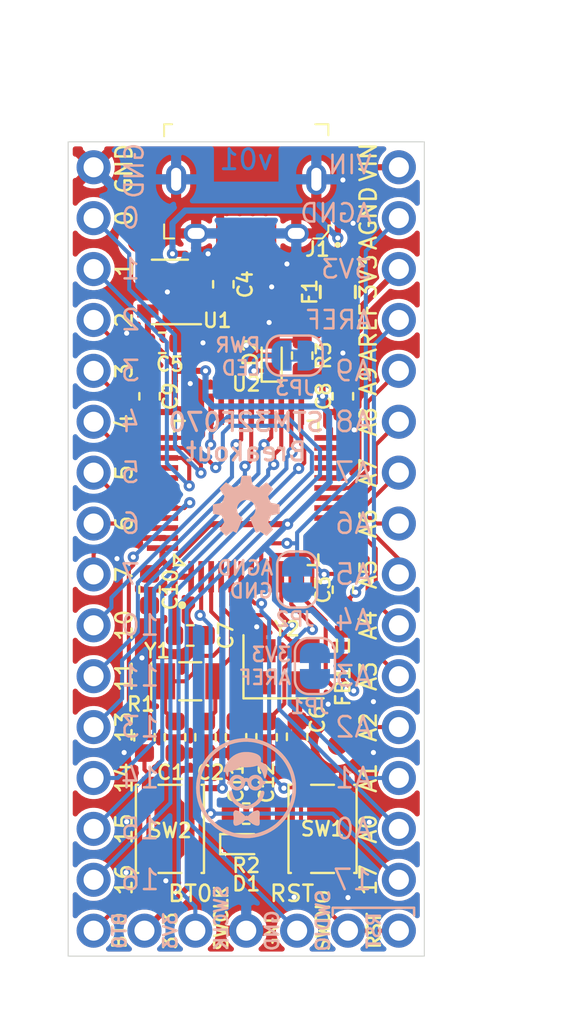
<source format=kicad_pcb>
(kicad_pcb (version 20171130) (host pcbnew "(5.1.0)-1")
  (title_block (title "STM32F070 Breakout") (date 2019-06-06) (rev v01) (comment 2 creativecommons.org/licenses/by/4.0) (comment 3 "License: CC BY 4.0") (comment 4 "Author: Shawn Hymel"))
  (layers (0 F.Cu signal) (31 B.Cu signal) (34 B.Paste user) (35 F.Paste user) (36 B.SilkS user) (37 F.SilkS user) (38 B.Mask user) (39 F.Mask user) (44 Edge.Cuts user))
  (net 0 "")
  (net 1 GND)
  (net 2 "Net-(C1-Pad1)")
  (net 3 "Net-(C2-Pad1)")
  (net 4 AREF)
  (net 5 GNDA)
  (net 6 VIN)
  (net 7 +3V3)
  (net 8 RESET)
  (net 9 "Net-(C11-Pad2)")
  (net 10 "Net-(C12-Pad2)")
  (net 11 "Net-(D1-Pad2)")
  (net 12 "Net-(D2-Pad1)")
  (net 13 "Net-(D2-Pad2)")
  (net 14 "Net-(F1-Pad2)")
  (net 15 "Net-(FB1-Pad2)")
  (net 16 "Net-(J1-Pad4)")
  (net 17 A0)
  (net 18 A1)
  (net 19 A2)
  (net 20 A3)
  (net 21 A4)
  (net 22 A5)
  (net 23 A6)
  (net 24 A7)
  (net 25 A8)
  (net 26 A9)
  (net 27 D0)
  (net 28 D1)
  (net 29 D2)
  (net 30 D3)
  (net 31 D4)
  (net 32 D5)
  (net 33 D6)
  (net 34 D7)
  (net 35 D10)
  (net 36 D11)
  (net 37 D13)
  (net 38 D14)
  (net 39 D15)
  (net 40 D16)
  (net 41 SWCLK)
  (net 42 SWDIO)
  (net 43 BOOT0)
  (net 44 D17)
  (net 45 "Net-(U1-Pad4)")
  (net 46 "Net-(U2-Pad20)")
  (net 47 "Net-(U2-Pad21)")
  (net 48 "Net-(U2-Pad22)")
  (net 49 "Net-(U2-Pad29)")
  (net 50 USB_D+)
  (net 51 USB_D-)
  (module STM32F070_Breakout:Shawn-Logo_5x5mm_SilkScreen (layer B.Cu) (at 135.89 108.458 180)
    (fp_text reference G*** hide)
    (fp_text value LOGO hide)
  )
  (module STM32F070_Breakout:OSHW-Symbol_3.3x3mm_SilkScreen (layer B.Cu) (at 135.89 94.361 180)
    (fp_text reference G*** hide)
    (fp_text value LOGO hide)
  )
  (module STM32F070_Breakout:PinHeader_1x05_P2.54mm_Vertical_NoSilk (layer F.Cu) (at 130.81 115.57 90)
    (fp_text reference J4 hide)
    (fp_text value Conn_01x05)
    (pad 5 thru_hole oval (at 0 10.16 90) (size 1.7 1.7) (drill 1) (layers *.Cu *.Mask) (net 8 RESET))
    (pad 4 thru_hole oval (at 0 7.62 90) (size 1.7 1.7) (drill 1) (layers *.Cu *.Mask) (net 42 SWDIO))
    (pad 3 thru_hole oval (at 0 5.08 90) (size 1.7 1.7) (drill 1) (layers *.Cu *.Mask) (net 1 GND))
    (pad 2 thru_hole oval (at 0 2.54 90) (size 1.7 1.7) (drill 1) (layers *.Cu *.Mask) (net 41 SWCLK))
    (pad 1 thru_hole circle (at 0 0 90) (size 1.7 1.7) (drill 1) (layers *.Cu *.Mask) (net 7 +3V3))
  )
  (module STM32F070_Breakout:PinHeader_1x16_P2.54mm_Vertical_NoSilk (layer F.Cu) (at 143.51 77.47)
    (fp_text reference J3 hide)
    (fp_text value Conn_01x16)
    (pad 16 thru_hole oval (at 0 38.1) (size 1.7 1.7) (drill 1) (layers *.Cu *.Mask) (net 8 RESET))
    (pad 15 thru_hole oval (at 0 35.56) (size 1.7 1.7) (drill 1) (layers *.Cu *.Mask) (net 44 D17))
    (pad 14 thru_hole oval (at 0 33.02) (size 1.7 1.7) (drill 1) (layers *.Cu *.Mask) (net 17 A0))
    (pad 13 thru_hole oval (at 0 30.48) (size 1.7 1.7) (drill 1) (layers *.Cu *.Mask) (net 18 A1))
    (pad 12 thru_hole oval (at 0 27.94) (size 1.7 1.7) (drill 1) (layers *.Cu *.Mask) (net 19 A2))
    (pad 11 thru_hole oval (at 0 25.4) (size 1.7 1.7) (drill 1) (layers *.Cu *.Mask) (net 20 A3))
    (pad 10 thru_hole oval (at 0 22.86) (size 1.7 1.7) (drill 1) (layers *.Cu *.Mask) (net 21 A4))
    (pad 9 thru_hole oval (at 0 20.32) (size 1.7 1.7) (drill 1) (layers *.Cu *.Mask) (net 22 A5))
    (pad 8 thru_hole oval (at 0 17.78) (size 1.7 1.7) (drill 1) (layers *.Cu *.Mask) (net 23 A6))
    (pad 7 thru_hole oval (at 0 15.24) (size 1.7 1.7) (drill 1) (layers *.Cu *.Mask) (net 24 A7))
    (pad 6 thru_hole oval (at 0 12.7) (size 1.7 1.7) (drill 1) (layers *.Cu *.Mask) (net 25 A8))
    (pad 5 thru_hole oval (at 0 10.16) (size 1.7 1.7) (drill 1) (layers *.Cu *.Mask) (net 26 A9))
    (pad 4 thru_hole oval (at 0 7.62) (size 1.7 1.7) (drill 1) (layers *.Cu *.Mask) (net 4 AREF))
    (pad 3 thru_hole oval (at 0 5.08) (size 1.7 1.7) (drill 1) (layers *.Cu *.Mask) (net 7 +3V3))
    (pad 2 thru_hole oval (at 0 2.54) (size 1.7 1.7) (drill 1) (layers *.Cu *.Mask) (net 5 GNDA))
    (pad 1 thru_hole circle (at 0 0) (size 1.7 1.7) (drill 1) (layers *.Cu *.Mask) (net 6 VIN))
  )
  (module STM32F070_Breakout:PinHeader_1x16_P2.54mm_Vertical_NoSilk (layer F.Cu) (at 128.27 77.47)
    (fp_text reference J2 hide)
    (fp_text value Conn_01x16)
    (pad 16 thru_hole oval (at 0 38.1) (size 1.7 1.7) (drill 1) (layers *.Cu *.Mask) (net 43 BOOT0))
    (pad 15 thru_hole oval (at 0 35.56) (size 1.7 1.7) (drill 1) (layers *.Cu *.Mask) (net 40 D16))
    (pad 14 thru_hole oval (at 0 33.02) (size 1.7 1.7) (drill 1) (layers *.Cu *.Mask) (net 39 D15))
    (pad 13 thru_hole oval (at 0 30.48) (size 1.7 1.7) (drill 1) (layers *.Cu *.Mask) (net 38 D14))
    (pad 12 thru_hole oval (at 0 27.94) (size 1.7 1.7) (drill 1) (layers *.Cu *.Mask) (net 37 D13))
    (pad 11 thru_hole oval (at 0 25.4) (size 1.7 1.7) (drill 1) (layers *.Cu *.Mask) (net 36 D11))
    (pad 10 thru_hole oval (at 0 22.86) (size 1.7 1.7) (drill 1) (layers *.Cu *.Mask) (net 35 D10))
    (pad 9 thru_hole oval (at 0 20.32) (size 1.7 1.7) (drill 1) (layers *.Cu *.Mask) (net 34 D7))
    (pad 8 thru_hole oval (at 0 17.78) (size 1.7 1.7) (drill 1) (layers *.Cu *.Mask) (net 33 D6))
    (pad 7 thru_hole oval (at 0 15.24) (size 1.7 1.7) (drill 1) (layers *.Cu *.Mask) (net 32 D5))
    (pad 6 thru_hole oval (at 0 12.7) (size 1.7 1.7) (drill 1) (layers *.Cu *.Mask) (net 31 D4))
    (pad 5 thru_hole oval (at 0 10.16) (size 1.7 1.7) (drill 1) (layers *.Cu *.Mask) (net 30 D3))
    (pad 4 thru_hole oval (at 0 7.62) (size 1.7 1.7) (drill 1) (layers *.Cu *.Mask) (net 29 D2))
    (pad 3 thru_hole oval (at 0 5.08) (size 1.7 1.7) (drill 1) (layers *.Cu *.Mask) (net 28 D1))
    (pad 2 thru_hole oval (at 0 2.54) (size 1.7 1.7) (drill 1) (layers *.Cu *.Mask) (net 27 D0))
    (pad 1 thru_hole circle (at 0 0) (size 1.7 1.7) (drill 1) (layers *.Cu *.Mask) (net 1 GND))
  )
  (module STM32F070CBT6:QFP50P900X900X160-48N (layer F.Cu) (at 135.89 93.726 90)
    (fp_text reference U2 (at 5.4356 0 180) (layer F.SilkS) (effects (font (size 0.7112 0.7112) (thickness 0.127))))
    (fp_text value STM32F070CBT6 hide)
    (pad 48 smd rect (at -2.75 -4.18 270) (size 0.28 1.56) (layers F.Cu F.Paste F.Mask) (net 7 +3V3))
    (pad 47 smd rect (at -2.25 -4.18 270) (size 0.28 1.56) (layers F.Cu F.Paste F.Mask) (net 1 GND))
    (pad 46 smd rect (at -1.75 -4.18 270) (size 0.28 1.56) (layers F.Cu F.Paste F.Mask) (net 34 D7))
    (pad 45 smd rect (at -1.25 -4.18 270) (size 0.28 1.56) (layers F.Cu F.Paste F.Mask) (net 33 D6))
    (pad 44 smd rect (at -0.75 -4.18 270) (size 0.28 1.56) (layers F.Cu F.Paste F.Mask) (net 43 BOOT0))
    (pad 43 smd rect (at -0.25 -4.18 270) (size 0.28 1.56) (layers F.Cu F.Paste F.Mask) (net 32 D5))
    (pad 42 smd rect (at 0.25 -4.18 270) (size 0.28 1.56) (layers F.Cu F.Paste F.Mask) (net 31 D4))
    (pad 41 smd rect (at 0.75 -4.18 270) (size 0.28 1.56) (layers F.Cu F.Paste F.Mask) (net 30 D3))
    (pad 40 smd rect (at 1.25 -4.18 270) (size 0.28 1.56) (layers F.Cu F.Paste F.Mask) (net 29 D2))
    (pad 39 smd rect (at 1.75 -4.18 270) (size 0.28 1.56) (layers F.Cu F.Paste F.Mask) (net 28 D1))
    (pad 38 smd rect (at 2.25 -4.18 270) (size 0.28 1.56) (layers F.Cu F.Paste F.Mask) (net 27 D0))
    (pad 37 smd rect (at 2.75 -4.18 270) (size 0.28 1.56) (layers F.Cu F.Paste F.Mask) (net 41 SWCLK))
    (pad 36 smd rect (at 4.18 -2.75) (size 0.28 1.56) (layers F.Cu F.Paste F.Mask) (net 7 +3V3))
    (pad 35 smd rect (at 4.18 -2.25) (size 0.28 1.56) (layers F.Cu F.Paste F.Mask) (net 1 GND))
    (pad 34 smd rect (at 4.18 -1.75) (size 0.28 1.56) (layers F.Cu F.Paste F.Mask) (net 42 SWDIO))
    (pad 33 smd rect (at 4.18 -1.25) (size 0.28 1.56) (layers F.Cu F.Paste F.Mask) (net 50 USB_D+))
    (pad 32 smd rect (at 4.18 -0.75) (size 0.28 1.56) (layers F.Cu F.Paste F.Mask) (net 51 USB_D-))
    (pad 31 smd rect (at 4.18 -0.25) (size 0.28 1.56) (layers F.Cu F.Paste F.Mask) (net 35 D10))
    (pad 30 smd rect (at 4.18 0.25) (size 0.28 1.56) (layers F.Cu F.Paste F.Mask) (net 36 D11))
    (pad 29 smd rect (at 4.18 0.75) (size 0.28 1.56) (layers F.Cu F.Paste F.Mask) (net 49 "Net-(U2-Pad29)"))
    (pad 28 smd rect (at 4.18 1.25) (size 0.28 1.56) (layers F.Cu F.Paste F.Mask) (net 37 D13))
    (pad 27 smd rect (at 4.18 1.75) (size 0.28 1.56) (layers F.Cu F.Paste F.Mask) (net 38 D14))
    (pad 26 smd rect (at 4.18 2.25) (size 0.28 1.56) (layers F.Cu F.Paste F.Mask) (net 39 D15))
    (pad 25 smd rect (at 4.18 2.75) (size 0.28 1.56) (layers F.Cu F.Paste F.Mask) (net 40 D16))
    (pad 24 smd rect (at 2.75 4.18 270) (size 0.28 1.56) (layers F.Cu F.Paste F.Mask) (net 7 +3V3))
    (pad 23 smd rect (at 2.25 4.18 270) (size 0.28 1.56) (layers F.Cu F.Paste F.Mask) (net 1 GND))
    (pad 22 smd rect (at 1.75 4.18 270) (size 0.28 1.56) (layers F.Cu F.Paste F.Mask) (net 48 "Net-(U2-Pad22)"))
    (pad 21 smd rect (at 1.25 4.18 270) (size 0.28 1.56) (layers F.Cu F.Paste F.Mask) (net 47 "Net-(U2-Pad21)"))
    (pad 20 smd rect (at 0.75 4.18 270) (size 0.28 1.56) (layers F.Cu F.Paste F.Mask) (net 46 "Net-(U2-Pad20)"))
    (pad 19 smd rect (at 0.25 4.18 270) (size 0.28 1.56) (layers F.Cu F.Paste F.Mask) (net 26 A9))
    (pad 18 smd rect (at -0.25 4.18 270) (size 0.28 1.56) (layers F.Cu F.Paste F.Mask) (net 25 A8))
    (pad 17 smd rect (at -0.75 4.18 270) (size 0.28 1.56) (layers F.Cu F.Paste F.Mask) (net 24 A7))
    (pad 16 smd rect (at -1.25 4.18 270) (size 0.28 1.56) (layers F.Cu F.Paste F.Mask) (net 23 A6))
    (pad 15 smd rect (at -1.75 4.18 270) (size 0.28 1.56) (layers F.Cu F.Paste F.Mask) (net 22 A5))
    (pad 14 smd rect (at -2.25 4.18 270) (size 0.28 1.56) (layers F.Cu F.Paste F.Mask) (net 21 A4))
    (pad 13 smd rect (at -2.75 4.18 270) (size 0.28 1.56) (layers F.Cu F.Paste F.Mask) (net 20 A3))
    (pad 12 smd rect (at -4.18 2.75) (size 0.28 1.56) (layers F.Cu F.Paste F.Mask) (net 19 A2))
    (pad 11 smd rect (at -4.18 2.25) (size 0.28 1.56) (layers F.Cu F.Paste F.Mask) (net 18 A1))
    (pad 10 smd rect (at -4.18 1.75) (size 0.28 1.56) (layers F.Cu F.Paste F.Mask) (net 17 A0))
    (pad 9 smd rect (at -4.18 1.25) (size 0.28 1.56) (layers F.Cu F.Paste F.Mask) (net 4 AREF))
    (pad 8 smd rect (at -4.18 0.75) (size 0.28 1.56) (layers F.Cu F.Paste F.Mask) (net 5 GNDA))
    (pad 7 smd rect (at -4.18 0.25) (size 0.28 1.56) (layers F.Cu F.Paste F.Mask) (net 8 RESET))
    (pad 6 smd rect (at -4.18 -0.25) (size 0.28 1.56) (layers F.Cu F.Paste F.Mask) (net 10 "Net-(C12-Pad2)"))
    (pad 5 smd rect (at -4.18 -0.75) (size 0.28 1.56) (layers F.Cu F.Paste F.Mask) (net 9 "Net-(C11-Pad2)"))
    (pad 4 smd rect (at -4.18 -1.25) (size 0.28 1.56) (layers F.Cu F.Paste F.Mask) (net 3 "Net-(C2-Pad1)"))
    (pad 3 smd rect (at -4.18 -1.75) (size 0.28 1.56) (layers F.Cu F.Paste F.Mask) (net 2 "Net-(C1-Pad1)"))
    (pad 2 smd rect (at -4.18 -2.25) (size 0.28 1.56) (layers F.Cu F.Paste F.Mask) (net 44 D17))
    (pad 1 smd rect (at -4.18 -2.75) (size 0.28 1.56) (layers F.Cu F.Paste F.Mask) (net 7 +3V3))
  )
  (module Resistor_SMD:R_0603_1608Metric (layer F.Cu) (at 135.89 109.728)
    (fp_text reference R2 (at 0 2.5908) (layer F.SilkS) (effects (font (size 0.7112 0.7112) (thickness 0.127))))
    (fp_text value 330)
    (pad 2 smd roundrect (at 0.7875 0) (size 0.875 0.95) (layers F.Cu F.Paste F.Mask) (net 11 "Net-(D1-Pad2)"))
    (pad 1 smd roundrect (at -0.7875 0) (size 0.875 0.95) (layers F.Cu F.Paste F.Mask) (net 44 D17))
  )
  (module Capacitor_SMD:C_0603_1608Metric (layer F.Cu) (at 132.334 105.918 270)
    (fp_text reference C1 (at 1.7526 0.2032 180) (layer F.SilkS) (effects (font (size 0.7112 0.7112) (thickness 0.127))))
    (fp_text value 15pF)
    (pad 1 smd roundrect (at -0.7875 0 270) (size 0.875 0.95) (layers F.Cu F.Paste F.Mask) (net 2 "Net-(C1-Pad1)"))
    (pad 2 smd roundrect (at 0.7875 0 270) (size 0.875 0.95) (layers F.Cu F.Paste F.Mask) (net 1 GND))
  )
  (module Capacitor_SMD:C_0603_1608Metric (layer F.Cu) (at 133.858 105.918 270)
    (fp_text reference C2 (at 1.7526 -0.254) (layer F.SilkS) (effects (font (size 0.7112 0.7112) (thickness 0.127))))
    (fp_text value 15pF)
    (pad 2 smd roundrect (at 0.7875 0 270) (size 0.875 0.95) (layers F.Cu F.Paste F.Mask) (net 1 GND))
    (pad 1 smd roundrect (at -0.7875 0 270) (size 0.875 0.95) (layers F.Cu F.Paste F.Mask) (net 3 "Net-(C2-Pad1)"))
  )
  (module Capacitor_SMD:C_0603_1608Metric (layer F.Cu) (at 140.716 98.552 90)
    (fp_text reference C3 (at 0 -0.9906 90) (layer F.SilkS) (effects (font (size 0.7112 0.7112) (thickness 0.127))))
    (fp_text value 100nF)
    (pad 2 smd roundrect (at 0.7875 0 90) (size 0.875 0.95) (layers F.Cu F.Paste F.Mask) (net 5 GNDA))
    (pad 1 smd roundrect (at -0.7875 0 90) (size 0.875 0.95) (layers F.Cu F.Paste F.Mask) (net 4 AREF))
  )
  (module Capacitor_SMD:C_0603_1608Metric (layer F.Cu) (at 134.747 83.312 90)
    (fp_text reference C4 (at 0 1.0922 90) (layer F.SilkS) (effects (font (size 0.7112 0.7112) (thickness 0.127))))
    (fp_text value 1uF)
    (pad 2 smd roundrect (at 0.7875 0 90) (size 0.875 0.95) (layers F.Cu F.Paste F.Mask) (net 1 GND))
    (pad 1 smd roundrect (at -0.7875 0 90) (size 0.875 0.95) (layers F.Cu F.Paste F.Mask) (net 6 VIN))
  )
  (module Capacitor_SMD:C_0603_1608Metric (layer F.Cu) (at 131.699 86.233)
    (fp_text reference C5 (at 0.381 1.0668 180) (layer F.SilkS) (effects (font (size 0.7112 0.7112) (thickness 0.127))))
    (fp_text value 1uF)
    (pad 2 smd roundrect (at 0.7875 0) (size 0.875 0.95) (layers F.Cu F.Paste F.Mask) (net 1 GND))
    (pad 1 smd roundrect (at -0.7875 0) (size 0.875 0.95) (layers F.Cu F.Paste F.Mask) (net 7 +3V3))
  )
  (module Capacitor_SMD:C_0603_1608Metric (layer F.Cu) (at 138.43 105.8925 90)
    (fp_text reference C6 (at 0.8635 1.016 90) (layer F.SilkS) (effects (font (size 0.7112 0.7112) (thickness 0.127))))
    (fp_text value 100nF)
    (pad 2 smd roundrect (at 0.7875 0 90) (size 0.875 0.95) (layers F.Cu F.Paste F.Mask) (net 1 GND))
    (pad 1 smd roundrect (at -0.7875 0 90) (size 0.875 0.95) (layers F.Cu F.Paste F.Mask) (net 8 RESET))
  )
  (module Capacitor_SMD:C_0603_1608Metric (layer F.Cu) (at 133.096 100.838)
    (fp_text reference C7 (at 1.778 0 270) (layer F.SilkS) (effects (font (size 0.7112 0.7112) (thickness 0.127))))
    (fp_text value 100nF)
    (pad 1 smd roundrect (at -0.7875 0) (size 0.875 0.95) (layers F.Cu F.Paste F.Mask) (net 7 +3V3))
    (pad 2 smd roundrect (at 0.7875 0) (size 0.875 0.95) (layers F.Cu F.Paste F.Mask) (net 1 GND))
  )
  (module Capacitor_SMD:C_0603_1608Metric (layer F.Cu) (at 140.716 88.9 90)
    (fp_text reference C8 (at 0 -0.9652 270) (layer F.SilkS) (effects (font (size 0.7112 0.7112) (thickness 0.127))))
    (fp_text value 100nF)
    (pad 2 smd roundrect (at 0.7875 0 90) (size 0.875 0.95) (layers F.Cu F.Paste F.Mask) (net 1 GND))
    (pad 1 smd roundrect (at -0.7875 0 90) (size 0.875 0.95) (layers F.Cu F.Paste F.Mask) (net 7 +3V3))
  )
  (module Capacitor_SMD:C_0603_1608Metric (layer F.Cu) (at 131.064 88.9 90)
    (fp_text reference C9 (at 0 1.0414 90) (layer F.SilkS) (effects (font (size 0.7112 0.7112) (thickness 0.127))))
    (fp_text value 100nF)
    (pad 2 smd roundrect (at 0.7875 0 90) (size 0.875 0.95) (layers F.Cu F.Paste F.Mask) (net 1 GND))
    (pad 1 smd roundrect (at -0.7875 0 90) (size 0.875 0.95) (layers F.Cu F.Paste F.Mask) (net 7 +3V3))
  )
  (module Capacitor_SMD:C_0603_1608Metric (layer F.Cu) (at 131.064 98.552 270)
    (fp_text reference C10 (at 0 -1.0414 270) (layer F.SilkS) (effects (font (size 0.7112 0.7112) (thickness 0.127))))
    (fp_text value 100nF)
    (pad 1 smd roundrect (at -0.7875 0 270) (size 0.875 0.95) (layers F.Cu F.Paste F.Mask) (net 7 +3V3))
    (pad 2 smd roundrect (at 0.7875 0 270) (size 0.875 0.95) (layers F.Cu F.Paste F.Mask) (net 1 GND))
  )
  (module Capacitor_SMD:C_0603_1608Metric (layer F.Cu) (at 135.382 105.918 90)
    (fp_text reference C11 (at -2.2606 0 270) (layer F.SilkS) (effects (font (size 0.7112 0.7112) (thickness 0.127))))
    (fp_text value 10pF)
    (pad 2 smd roundrect (at 0.7875 0 90) (size 0.875 0.95) (layers F.Cu F.Paste F.Mask) (net 9 "Net-(C11-Pad2)"))
    (pad 1 smd roundrect (at -0.7875 0 90) (size 0.875 0.95) (layers F.Cu F.Paste F.Mask) (net 1 GND))
  )
  (module Capacitor_SMD:C_0603_1608Metric (layer F.Cu) (at 136.906 105.918 90)
    (fp_text reference C12 (at -2.2606 0 270) (layer F.SilkS) (effects (font (size 0.7112 0.7112) (thickness 0.127))))
    (fp_text value 10pF)
    (pad 1 smd roundrect (at -0.7875 0 90) (size 0.875 0.95) (layers F.Cu F.Paste F.Mask) (net 1 GND))
    (pad 2 smd roundrect (at 0.7875 0 90) (size 0.875 0.95) (layers F.Cu F.Paste F.Mask) (net 10 "Net-(C12-Pad2)"))
  )
  (module digikey-footprints:LED_0603 (layer F.Cu) (at 135.89 111.252)
    (fp_text reference D1 (at 0 1.9812) (layer F.SilkS) (effects (font (size 0.7112 0.7112) (thickness 0.127))))
    (fp_text value GREEN)
    (pad 2 smd rect (at 0.75 0) (size 0.8 0.8) (layers F.Cu F.Paste F.Mask) (net 11 "Net-(D1-Pad2)"))
    (pad 1 smd rect (at -0.75 0) (size 0.8 0.8) (layers F.Cu F.Paste F.Mask) (net 1 GND))
  )
  (module digikey-footprints:LED_0603 (layer F.Cu) (at 137.16 86.868 90)
    (fp_text reference D2 (at 0.1524 -1.0668 90) (layer F.SilkS) (effects (font (size 0.7112 0.7112) (thickness 0.127))))
    (fp_text value RED)
    (pad 2 smd rect (at 0.75 0 90) (size 0.8 0.8) (layers F.Cu F.Paste F.Mask) (net 13 "Net-(D2-Pad2)"))
    (pad 1 smd rect (at -0.75 0 90) (size 0.8 0.8) (layers F.Cu F.Paste F.Mask) (net 12 "Net-(D2-Pad1)"))
  )
  (module footprints:0ZCK0050FF2E (layer F.Cu) (at 140.462 83.693 270)
    (fp_text reference F1 (at 0 1.397 270) (layer F.SilkS) (effects (font (size 0.7112 0.7112) (thickness 0.127))))
    (fp_text value 500mA hide)
    (pad 1 smd rect (at -1.0922 0 270) (size 0.9906 1.4986) (layers F.Cu F.Paste F.Mask) (net 6 VIN))
    (pad 2 smd rect (at 1.0922 0 270) (size 0.9906 1.4986) (layers F.Cu F.Paste F.Mask) (net 14 "Net-(F1-Pad2)"))
  )
  (module digikey-footprints:0603 (layer F.Cu) (at 140.716 101.346 270)
    (fp_text reference FB1 (at 2.032 0 90) (layer F.SilkS) (effects (font (size 0.7112 0.7112) (thickness 0.127))))
    (fp_text value BLM18AG601SN1D)
    (pad 1 smd rect (at -0.7 0 270) (size 0.6 0.8) (layers F.Cu F.Paste F.Mask) (net 4 AREF))
    (pad 2 smd rect (at 0.7 0 270) (size 0.6 0.8) (layers F.Cu F.Paste F.Mask) (net 15 "Net-(FB1-Pad2)"))
  )
  (module Jumper:SolderJumper-2_P1.3mm_Bridged_RoundedPad1.0x1.5mm (layer B.Cu) (at 139.319 102.362 90)
    (fp_text reference JP1 (at -2.0216 -0.254 180) (layer B.SilkS) (effects (font (size 0.7112 0.7112) (thickness 0.127)) (justify mirror)))
    (fp_text value SolderJumper_2_Bridged)
    (fp_poly (pts (xy 0.25 0.3) (xy -0.25 0.3) (xy -0.25 -0.3) (xy 0.25 -0.3)) (layer B.Cu) (width 0))
    (pad 1 smd custom (at -0.65 0 90) (size 1 0.5) (layers B.Cu B.Mask) (net 15 "Net-(FB1-Pad2)") (options (clearance outline) (anchor rect)) (primitives (gr_circle (center 0 -0.25) (end 0.5 -0.25) (width 0)) (gr_circle (center 0 0.25) (end 0.5 0.25) (width 0)) (gr_poly (pts (xy 0 0.75) (xy 0.5 0.75) (xy 0.5 -0.75) (xy 0 -0.75)) (width 0))))
    (pad 2 smd custom (at 0.65 0 90) (size 1 0.5) (layers B.Cu B.Mask) (net 7 +3V3) (options (clearance outline) (anchor rect)) (primitives (gr_circle (center 0 -0.25) (end 0.5 -0.25) (width 0)) (gr_circle (center 0 0.25) (end 0.5 0.25) (width 0)) (gr_poly (pts (xy 0 0.75) (xy -0.5 0.75) (xy -0.5 -0.75) (xy 0 -0.75)) (width 0))))
  )
  (module Jumper:SolderJumper-2_P1.3mm_Bridged_RoundedPad1.0x1.5mm (layer B.Cu) (at 138.43 98.044 270)
    (fp_text reference JP2 (at 1.9812 0.1016) (layer B.SilkS) (effects (font (size 0.7112 0.7112) (thickness 0.127)) (justify mirror)))
    (fp_text value SolderJumper_2_Bridged)
    (fp_poly (pts (xy 0.25 0.3) (xy -0.25 0.3) (xy -0.25 -0.3) (xy 0.25 -0.3)) (layer B.Cu) (width 0))
    (pad 2 smd custom (at 0.65 0 270) (size 1 0.5) (layers B.Cu B.Mask) (net 1 GND) (options (clearance outline) (anchor rect)) (primitives (gr_circle (center 0 -0.25) (end 0.5 -0.25) (width 0)) (gr_circle (center 0 0.25) (end 0.5 0.25) (width 0)) (gr_poly (pts (xy 0 0.75) (xy -0.5 0.75) (xy -0.5 -0.75) (xy 0 -0.75)) (width 0))))
    (pad 1 smd custom (at -0.65 0 270) (size 1 0.5) (layers B.Cu B.Mask) (net 5 GNDA) (options (clearance outline) (anchor rect)) (primitives (gr_circle (center 0 -0.25) (end 0.5 -0.25) (width 0)) (gr_circle (center 0 0.25) (end 0.5 0.25) (width 0)) (gr_poly (pts (xy 0 0.75) (xy 0.5 0.75) (xy 0.5 -0.75) (xy 0 -0.75)) (width 0))))
  )
  (module Jumper:SolderJumper-2_P1.3mm_Bridged_RoundedPad1.0x1.5mm (layer B.Cu) (at 138.303 86.868)
    (fp_text reference JP3 (at 0 1.6256) (layer B.SilkS) (effects (font (size 0.7112 0.7112) (thickness 0.127)) (justify mirror)))
    (fp_text value SolderJumper_2_Bridged)
    (fp_poly (pts (xy 0.25 0.3) (xy -0.25 0.3) (xy -0.25 -0.3) (xy 0.25 -0.3)) (layer B.Cu) (width 0))
    (pad 2 smd custom (at 0.65 0) (size 1 0.5) (layers B.Cu B.Mask) (net 1 GND) (options (clearance outline) (anchor rect)) (primitives (gr_circle (center 0 -0.25) (end 0.5 -0.25) (width 0)) (gr_circle (center 0 0.25) (end 0.5 0.25) (width 0)) (gr_poly (pts (xy 0 0.75) (xy -0.5 0.75) (xy -0.5 -0.75) (xy 0 -0.75)) (width 0))))
    (pad 1 smd custom (at -0.65 0) (size 1 0.5) (layers B.Cu B.Mask) (net 12 "Net-(D2-Pad1)") (options (clearance outline) (anchor rect)) (primitives (gr_circle (center 0 -0.25) (end 0.5 -0.25) (width 0)) (gr_circle (center 0 0.25) (end 0.5 0.25) (width 0)) (gr_poly (pts (xy 0 0.75) (xy 0.5 0.75) (xy 0.5 -0.75) (xy 0 -0.75)) (width 0))))
  )
  (module Resistor_SMD:R_0603_1608Metric (layer F.Cu) (at 130.81 105.918 90)
    (fp_text reference R1 (at 1.651 -0.1778) (layer F.SilkS) (effects (font (size 0.7112 0.7112) (thickness 0.127))))
    (fp_text value 10k)
    (pad 2 smd roundrect (at 0.7875 0 90) (size 0.875 0.95) (layers F.Cu F.Paste F.Mask) (net 1 GND))
    (pad 1 smd roundrect (at -0.7875 0 90) (size 0.875 0.95) (layers F.Cu F.Paste F.Mask) (net 43 BOOT0))
  )
  (module Resistor_SMD:R_0603_1608Metric (layer F.Cu) (at 138.684 86.868 90)
    (fp_text reference R3 (at 0 1.0668 270) (layer F.SilkS) (effects (font (size 0.7112 0.7112) (thickness 0.127))))
    (fp_text value 330)
    (pad 2 smd roundrect (at 0.7875 0 90) (size 0.875 0.95) (layers F.Cu F.Paste F.Mask) (net 13 "Net-(D2-Pad2)"))
    (pad 1 smd roundrect (at -0.7875 0 90) (size 0.875 0.95) (layers F.Cu F.Paste F.Mask) (net 7 +3V3))
  )
  (module Package_TO_SOT_SMD:SOT-23-5 (layer F.Cu) (at 132.08 83.693 180)
    (fp_text reference U1 (at -2.3622 -1.4224 180) (layer F.SilkS) (effects (font (size 0.7112 0.7112) (thickness 0.127))))
    (fp_text value AP2112K-3.3)
    (pad 1 smd rect (at -1.1 -0.95 180) (size 1.06 0.65) (layers F.Cu F.Paste F.Mask) (net 6 VIN))
    (pad 2 smd rect (at -1.1 0 180) (size 1.06 0.65) (layers F.Cu F.Paste F.Mask) (net 1 GND))
    (pad 3 smd rect (at -1.1 0.95 180) (size 1.06 0.65) (layers F.Cu F.Paste F.Mask) (net 6 VIN))
    (pad 4 smd rect (at 1.1 0.95 180) (size 1.06 0.65) (layers F.Cu F.Paste F.Mask) (net 45 "Net-(U1-Pad4)"))
    (pad 5 smd rect (at 1.1 -0.95 180) (size 1.06 0.65) (layers F.Cu F.Paste F.Mask) (net 7 +3V3))
  )
  (module Fiducial:Fiducial_1mm_Mask2mm (layer F.Cu) (at 130.4798 81.2038 180)
    (fp_text reference FID1 hide)
    (fp_text value Fiducial)
    (pad "" smd circle (at 0 0 180) (size 1 1) (layers F.Cu F.Mask) (clearance 0.5))
  )
  (module Fiducial:Fiducial_1mm_Mask2mm (layer F.Cu) (at 140.462 106.299 180)
    (fp_text reference FID2 hide)
    (fp_text value Fiducial)
    (pad "" smd circle (at 0 0 180) (size 1 1) (layers F.Cu F.Mask) (clearance 0.5))
  )
  (module Crystal:Crystal_SMD_G8-2Pin_3.2x1.5mm (layer F.Cu) (at 133.096 103.124)
    (fp_text reference Y1 (at -1.651 -1.524 180) (layer F.SilkS) (effects (font (size 0.7112 0.7112) (thickness 0.127))))
    (fp_text value 32.768kHZ)
    (pad 2 smd rect (at 1.25 0) (size 1 1.8) (layers F.Cu F.Paste F.Mask) (net 3 "Net-(C2-Pad1)"))
    (pad 1 smd rect (at -1.25 0) (size 1 1.8) (layers F.Cu F.Paste F.Mask) (net 2 "Net-(C1-Pad1)"))
  )
  (module Crystal:Crystal_SMD_SeikoEpson_TSX3225-4Pin_3.2x2.5mm (layer F.Cu) (at 137.752 102.4)
    (fp_text reference Y2 (at 0.17 -1.8922) (layer F.SilkS) (effects (font (size 0.7112 0.7112) (thickness 0.127))))
    (fp_text value 16MHz)
    (pad 4 smd rect (at -1.1 -0.8) (size 1.4 1.15) (layers F.Cu F.Paste F.Mask) (net 1 GND))
    (pad 3 smd rect (at 1.1 -0.8) (size 1.4 1.15) (layers F.Cu F.Paste F.Mask) (net 10 "Net-(C12-Pad2)"))
    (pad 2 smd rect (at 1.1 0.8) (size 1.4 1.15) (layers F.Cu F.Paste F.Mask) (net 1 GND))
    (pad 1 smd rect (at -1.1 0.8) (size 1.4 1.15) (layers F.Cu F.Paste F.Mask) (net 9 "Net-(C11-Pad2)"))
  )
  (module Button_Switch_SMD:SW_SPST_PTS810 (layer F.Cu) (at 139.7 110.49 90)
    (fp_text reference SW1 (at 0 0) (layer F.SilkS) (effects (font (size 0.7112 0.7112) (thickness 0.127))))
    (fp_text value SW_Push)
    (pad 1 smd rect (at -2.075 -1.075 90) (size 1.05 0.65) (layers F.Cu F.Paste F.Mask) (net 8 RESET))
    (pad 1 smd rect (at 2.075 -1.075 90) (size 1.05 0.65) (layers F.Cu F.Paste F.Mask) (net 8 RESET))
    (pad 2 smd rect (at -2.075 1.075 90) (size 1.05 0.65) (layers F.Cu F.Paste F.Mask) (net 1 GND))
    (pad 2 smd rect (at 2.075 1.075 90) (size 1.05 0.65) (layers F.Cu F.Paste F.Mask) (net 1 GND))
  )
  (module Button_Switch_SMD:SW_SPST_PTS810 (layer F.Cu) (at 132.08 110.49 90)
    (fp_text reference SW2 (at -0.084 0 180) (layer F.SilkS) (effects (font (size 0.7112 0.7112) (thickness 0.127))))
    (fp_text value SW_Push)
    (pad 2 smd rect (at 2.075 1.075 90) (size 1.05 0.65) (layers F.Cu F.Paste F.Mask) (net 7 +3V3))
    (pad 2 smd rect (at -2.075 1.075 90) (size 1.05 0.65) (layers F.Cu F.Paste F.Mask) (net 7 +3V3))
    (pad 1 smd rect (at 2.075 -1.075 90) (size 1.05 0.65) (layers F.Cu F.Paste F.Mask) (net 43 BOOT0))
    (pad 1 smd rect (at -2.075 -1.075 90) (size 1.05 0.65) (layers F.Cu F.Paste F.Mask) (net 43 BOOT0))
  )
  (module digikey-footprints:USB_Micro_B_Female_10118194-0001LF (layer F.Cu) (at 135.89 80.772 180)
    (fp_text reference J1 (at -3.556 -0.7874 180) (layer F.SilkS) (effects (font (size 0.7112 0.7112) (thickness 0.127))))
    (fp_text value 10118194-0001LF)
    (pad 3 smd rect (at 0 0 180) (size 0.4 1.35) (layers F.Cu F.Paste F.Mask) (net 50 USB_D+))
    (pad 4 smd rect (at 0.65 0 180) (size 0.4 1.35) (layers F.Cu F.Paste F.Mask) (net 16 "Net-(J1-Pad4)"))
    (pad 5 smd rect (at 1.3 0 180) (size 0.4 1.35) (layers F.Cu F.Paste F.Mask) (net 1 GND))
    (pad 2 smd rect (at -0.65 0 180) (size 0.4 1.35) (layers F.Cu F.Paste F.Mask) (net 51 USB_D-))
    (pad 1 smd rect (at -1.3 0 180) (size 0.4 1.35) (layers F.Cu F.Paste F.Mask) (net 14 "Net-(F1-Pad2)"))
    (pad SH thru_hole oval (at 2.5 0 180) (size 1.25 0.95) (drill oval 0.85 0.55) (layers *.Cu *.Mask) (net 1 GND))
    (pad SH thru_hole oval (at -2.5 0 180) (size 1.25 0.95) (drill oval 0.85 0.55) (layers *.Cu *.Mask) (net 1 GND))
    (pad SH thru_hole oval (at -3.5 2.7 180) (size 1 1.55) (drill oval 0.5 1.15) (layers *.Cu *.Mask) (net 1 GND))
    (pad SH thru_hole oval (at 3.5 2.7 180) (size 1 1.55) (drill oval 0.5 1.15) (layers *.Cu *.Mask) (net 1 GND))
  )
  (gr_line (start 132.29 96.796) (end 132.82 97.326) (layer F.SilkS) (width 0.12))
  (gr_text "STM32F070\nBreakout" (at 135.89 90.932) (layer B.SilkS) (effects (font (size 0.9144 0.9144) (thickness 0.1524)) (justify mirror)))
  (gr_text "3V3\nAREF" (at 138.2014 102.362) (layer B.SilkS) (effects (font (size 0.7112 0.7112) (thickness 0.127)) (justify left mirror)))
  (gr_text "AGND\nGND" (at 137.3124 98.044) (layer B.SilkS) (effects (font (size 0.7112 0.7112) (thickness 0.127)) (justify left mirror)))
  (gr_text "PWR\nLED" (at 136.6774 86.9188) (layer B.SilkS) (effects (font (size 0.7112 0.7112) (thickness 0.127)) (justify left mirror)))
  (gr_line (start 144.272 114.808) (end 144.272 114.427) (layer B.SilkS) (width 0.12))
  (gr_line (start 140.208 114.427) (end 144.272 114.427) (layer B.SilkS) (width 0.12))
  (gr_line (start 140.208 114.808) (end 140.208 114.427) (layer B.SilkS) (width 0.12))
  (gr_text RST (at 142.2654 115.57 90) (layer B.SilkS) (effects (font (size 0.6604 0.6604) (thickness 0.127)) (justify mirror)))
  (gr_text SWDIO (at 139.7254 115.062 90) (layer B.SilkS) (effects (font (size 0.6604 0.6604) (thickness 0.127)) (justify mirror)))
  (gr_text GND (at 137.1854 115.57 90) (layer B.SilkS) (effects (font (size 0.6604 0.6604) (thickness 0.127)) (justify mirror)))
  (gr_text SWCLK (at 134.6454 114.935 90) (layer B.SilkS) (effects (font (size 0.6604 0.6604) (thickness 0.127)) (justify mirror)))
  (gr_text 3V3 (at 132.1054 115.57 90) (layer B.SilkS) (effects (font (size 0.6604 0.6604) (thickness 0.127)) (justify mirror)))
  (gr_text BT0 (at 129.5654 115.57 90) (layer B.SilkS) (effects (font (size 0.6604 0.6604) (thickness 0.127)) (justify mirror)))
  (gr_text v01 (at 135.89 77.089) (layer B.Cu) (effects (font (size 1 1)) (justify mirror)))
  (gr_text 17 (at 142.24 113.03) (layer B.SilkS) (effects (font (size 1.016 1.016) (thickness 0.127)) (justify left mirror)))
  (gr_text A0 (at 142.24 110.49) (layer B.SilkS) (effects (font (size 1.016 1.016) (thickness 0.127)) (justify left mirror)))
  (gr_text A1 (at 142.24 107.95) (layer B.SilkS) (effects (font (size 1.016 1.016) (thickness 0.127)) (justify left mirror)))
  (gr_text A2 (at 142.24 105.41) (layer B.SilkS) (effects (font (size 1.016 1.016) (thickness 0.127)) (justify left mirror)))
  (gr_text A3 (at 142.24 102.87) (layer B.SilkS) (effects (font (size 1.016 1.016) (thickness 0.127)) (justify left mirror)))
  (gr_text A4 (at 142.24 100.076) (layer B.SilkS) (effects (font (size 1.016 1.016) (thickness 0.127)) (justify left mirror)))
  (gr_text A5 (at 142.24 97.79) (layer B.SilkS) (effects (font (size 1.016 1.016) (thickness 0.127)) (justify left mirror)))
  (gr_text A6 (at 142.24 95.25) (layer B.SilkS) (effects (font (size 1.016 1.016) (thickness 0.127)) (justify left mirror)))
  (gr_text A7 (at 142.24 92.71) (layer B.SilkS) (effects (font (size 1.016 1.016) (thickness 0.127)) (justify left mirror)))
  (gr_text A8 (at 142.24 90.17) (layer B.SilkS) (effects (font (size 1.016 1.016) (thickness 0.127)) (justify left mirror)))
  (gr_text A9 (at 142.24 87.63) (layer B.SilkS) (effects (font (size 1.016 1.016) (thickness 0.127)) (justify left mirror)))
  (gr_text AREF (at 142.24 85.09) (layer B.SilkS) (effects (font (size 0.9144 0.9144) (thickness 0.127)) (justify left mirror)))
  (gr_text 3V3 (at 142.24 82.55) (layer B.SilkS) (effects (font (size 0.9144 0.9144) (thickness 0.127)) (justify left mirror)))
  (gr_text AGND (at 142.24 79.756) (layer B.SilkS) (effects (font (size 0.9144 0.9144) (thickness 0.127)) (justify left mirror)))
  (gr_text VIN (at 142.24 77.343) (layer B.SilkS) (effects (font (size 0.9144 0.9144) (thickness 0.127)) (justify left mirror)))
  (gr_text 16 (at 129.54 113.03) (layer B.SilkS) (effects (font (size 1.016 1.016) (thickness 0.127)) (justify right mirror)))
  (gr_text 15 (at 129.54 110.49) (layer B.SilkS) (effects (font (size 1.016 1.016) (thickness 0.127)) (justify right mirror)))
  (gr_text 14 (at 129.54 107.95) (layer B.SilkS) (effects (font (size 1.016 1.016) (thickness 0.127)) (justify right mirror)))
  (gr_text 13 (at 129.54 105.41) (layer B.SilkS) (effects (font (size 1.016 1.016) (thickness 0.127)) (justify right mirror)))
  (gr_text 11 (at 129.54 102.87) (layer B.SilkS) (effects (font (size 1.016 1.016) (thickness 0.127)) (justify right mirror)))
  (gr_text 10 (at 129.54 100.33) (layer B.SilkS) (effects (font (size 1.016 1.016) (thickness 0.127)) (justify right mirror)))
  (gr_text 7 (at 129.54 97.79) (layer B.SilkS) (effects (font (size 1.016 1.016) (thickness 0.127)) (justify right mirror)))
  (gr_text 6 (at 129.54 95.25) (layer B.SilkS) (effects (font (size 1.016 1.016) (thickness 0.127)) (justify right mirror)))
  (gr_text 5 (at 129.54 92.71) (layer B.SilkS) (effects (font (size 1.016 1.016) (thickness 0.127)) (justify right mirror)))
  (gr_text 4 (at 129.54 90.17) (layer B.SilkS) (effects (font (size 1.016 1.016) (thickness 0.127)) (justify right mirror)))
  (gr_text 3 (at 129.54 87.63) (layer B.SilkS) (effects (font (size 1.016 1.016) (thickness 0.127)) (justify right mirror)))
  (gr_text 2 (at 129.54 85.09) (layer B.SilkS) (effects (font (size 1.016 1.016) (thickness 0.127)) (justify right mirror)))
  (gr_text 1 (at 129.54 82.55) (layer B.SilkS) (effects (font (size 1.016 1.016) (thickness 0.127)) (justify right mirror)))
  (gr_text 0 (at 129.54 80.01) (layer B.SilkS) (effects (font (size 1.016 1.016) (thickness 0.127)) (justify right mirror)))
  (gr_text GND (at 130.302 79.121 90) (layer B.SilkS) (effects (font (size 0.9144 0.9144) (thickness 0.127)) (justify right mirror)))
  (gr_text RST (at 138.176 113.7158) (layer F.SilkS) (effects (font (size 0.8128 0.8128) (thickness 0.127))))
  (gr_text BT0 (at 133.096 113.7158) (layer F.SilkS) (effects (font (size 0.8128 0.8128) (thickness 0.127))))
  (gr_line (start 144.272 114.808) (end 144.272 114.427) (layer F.SilkS) (width 0.12))
  (gr_line (start 140.208 114.808) (end 140.208 114.427) (layer F.SilkS) (width 0.12))
  (gr_line (start 140.208 114.427) (end 144.272 114.427) (layer F.SilkS) (width 0.12))
  (gr_text BT0 (at 129.5654 115.57 90) (layer F.SilkS) (effects (font (size 0.6604 0.6604) (thickness 0.127))))
  (gr_text RST (at 142.2654 115.57 90) (layer F.SilkS) (effects (font (size 0.6604 0.6604) (thickness 0.127))))
  (gr_text SWDIO (at 139.7254 115.062 90) (layer F.SilkS) (effects (font (size 0.6604 0.6604) (thickness 0.127))))
  (gr_text GND (at 137.1854 115.57 90) (layer F.SilkS) (effects (font (size 0.6604 0.6604) (thickness 0.127))))
  (gr_text SWCLK (at 134.6454 114.935 90) (layer F.SilkS) (effects (font (size 0.6604 0.6604) (thickness 0.127))))
  (gr_text 3V3 (at 132.1054 115.57 90) (layer F.SilkS) (effects (font (size 0.6604 0.6604) (thickness 0.127))))
  (gr_text 17 (at 141.986 113.03 90) (layer F.SilkS) (effects (font (size 0.8128 0.8128) (thickness 0.127))))
  (gr_text A0 (at 141.986 110.49 90) (layer F.SilkS) (effects (font (size 0.8128 0.8128) (thickness 0.127))))
  (gr_text A1 (at 141.986 107.95 90) (layer F.SilkS) (effects (font (size 0.8128 0.8128) (thickness 0.127))))
  (gr_text A2 (at 141.986 105.41 90) (layer F.SilkS) (effects (font (size 0.8128 0.8128) (thickness 0.127))))
  (gr_text A3 (at 141.986 102.87 90) (layer F.SilkS) (effects (font (size 0.8128 0.8128) (thickness 0.127))))
  (gr_text A4 (at 141.986 100.33 90) (layer F.SilkS) (effects (font (size 0.8128 0.8128) (thickness 0.127))))
  (gr_text A5 (at 141.986 97.79 90) (layer F.SilkS) (effects (font (size 0.8128 0.8128) (thickness 0.127))))
  (gr_text A6 (at 141.986 95.25 90) (layer F.SilkS) (effects (font (size 0.8128 0.8128) (thickness 0.127))))
  (gr_text A7 (at 141.986 92.71 90) (layer F.SilkS) (effects (font (size 0.8128 0.8128) (thickness 0.127))))
  (gr_text A8 (at 141.986 90.17 90) (layer F.SilkS) (effects (font (size 0.8128 0.8128) (thickness 0.127))))
  (gr_text A9 (at 141.986 88.138 90) (layer F.SilkS) (effects (font (size 0.8128 0.8128) (thickness 0.127))))
  (gr_text AREF (at 141.986 85.725 90) (layer F.SilkS) (effects (font (size 0.8128 0.8128) (thickness 0.127))))
  (gr_text 3V3 (at 141.986 82.931 90) (layer F.SilkS) (effects (font (size 0.8128 0.8128) (thickness 0.127))))
  (gr_text AGND (at 141.986 80.01 90) (layer F.SilkS) (effects (font (size 0.8128 0.8128) (thickness 0.127))))
  (gr_text VIN (at 141.986 77.216 90) (layer F.SilkS) (effects (font (size 0.8128 0.8128) (thickness 0.127))))
  (gr_text GND (at 129.794 77.5462 90) (layer F.SilkS) (effects (font (size 0.8128 0.8128) (thickness 0.127))))
  (gr_text 0 (at 129.794 80.01 90) (layer F.SilkS) (effects (font (size 0.8128 0.8128) (thickness 0.127))))
  (gr_text 1 (at 129.794 82.55 90) (layer F.SilkS) (effects (font (size 0.8128 0.8128) (thickness 0.127))))
  (gr_text 2 (at 129.794 85.09 90) (layer F.SilkS) (effects (font (size 0.8128 0.8128) (thickness 0.127))))
  (gr_text 3 (at 129.794 87.63 90) (layer F.SilkS) (effects (font (size 0.8128 0.8128) (thickness 0.127))))
  (gr_text 4 (at 129.794 90.17 90) (layer F.SilkS) (effects (font (size 0.8128 0.8128) (thickness 0.127))))
  (gr_text 5 (at 129.794 92.71 90) (layer F.SilkS) (effects (font (size 0.8128 0.8128) (thickness 0.127))))
  (gr_text 6 (at 129.794 95.25 90) (layer F.SilkS) (effects (font (size 0.8128 0.8128) (thickness 0.127))))
  (gr_text 16 (at 129.794 113.03 90) (layer F.SilkS) (effects (font (size 0.8128 0.8128) (thickness 0.127))))
  (gr_text 15 (at 129.794 110.49 90) (layer F.SilkS) (effects (font (size 0.8128 0.8128) (thickness 0.127))))
  (gr_text 14 (at 129.794 107.95 90) (layer F.SilkS) (effects (font (size 0.8128 0.8128) (thickness 0.127))))
  (gr_text 13 (at 129.794 105.41 90) (layer F.SilkS) (effects (font (size 0.8128 0.8128) (thickness 0.127))))
  (gr_text 11 (at 129.794 102.87 90) (layer F.SilkS) (effects (font (size 0.8128 0.8128) (thickness 0.127))))
  (gr_text 10 (at 129.794 100.33 90) (layer F.SilkS) (effects (font (size 0.8128 0.8128) (thickness 0.127))))
  (gr_text 7 (at 129.794 97.79 90) (layer F.SilkS) (effects (font (size 0.8128 0.8128) (thickness 0.127))))
  (gr_line (start 127 116.84) (end 127 76.2) (layer Edge.Cuts) (width 0.05))
  (gr_line (start 144.78 116.84) (end 127 116.84) (layer Edge.Cuts) (width 0.05))
  (gr_line (start 144.78 76.2) (end 144.78 116.84) (layer Edge.Cuts) (width 0.05))
  (gr_line (start 127 76.2) (end 144.78 76.2) (layer Edge.Cuts) (width 0.05))
  (via (at 141.2748 90.5764) (size 0.5588) (drill 0.254) (layers F.Cu B.Cu) (net 1))
  (via (at 129.921 85.7504) (size 0.5588) (drill 0.254) (layers F.Cu B.Cu) (net 1))
  (segment (start 132.334 106.6545) (end 132.334 106.7055) (width 0.2032) (layer F.Cu) (net 1))
  (segment (start 132.334 106.7055) (end 136.906 106.7055) (width 0.2032) (layer F.Cu) (net 1))
  (segment (start 138.43 105.1815) (end 138.43 105.105) (width 0.2032) (layer F.Cu) (net 1))
  (segment (start 140.775 112.565) (end 140.775 108.415) (width 0.2032) (layer F.Cu) (net 1))
  (segment (start 140.775 108.215) (end 140.775 108.415) (width 0.2032) (layer F.Cu) (net 1))
  (via (at 131.953 83.693) (size 0.5588) (drill 0.254) (layers F.Cu B.Cu) (net 1))
  (via (at 133.985 81.788) (size 0.5588) (drill 0.254) (layers F.Cu B.Cu) (net 1))
  (segment (start 134.747 82.5245) (end 134.59 82.3675) (width 0.3048) (layer F.Cu) (net 1))
  (segment (start 134.56 81.788) (end 134.59 81.758) (width 0.3048) (layer F.Cu) (net 1))
  (segment (start 133.985 81.788) (end 134.56 81.788) (width 0.3048) (layer F.Cu) (net 1))
  (segment (start 134.59 82.3675) (end 134.59 81.758) (width 0.3048) (layer F.Cu) (net 1))
  (segment (start 134.59 81.758) (end 134.59 80.772) (width 0.3048) (layer F.Cu) (net 1))
  (via (at 133.731 86.233) (size 0.5588) (drill 0.254) (layers F.Cu B.Cu) (net 1))
  (via (at 130.683 101.9556) (size 0.5588) (drill 0.254) (layers F.Cu B.Cu) (net 1))
  (via (at 129.4384 97.0026) (size 0.5588) (drill 0.254) (layers F.Cu B.Cu) (net 1))
  (segment (start 131.71 95.976) (end 130.336982 95.976) (width 0.2032) (layer F.Cu) (net 1))
  (segment (start 129.504395 96.808587) (end 129.504395 96.89277) (width 0.2032) (layer F.Cu) (net 1))
  (segment (start 130.336982 95.976) (end 129.504395 96.808587) (width 0.2032) (layer F.Cu) (net 1))
  (segment (start 129.504395 96.89277) (end 129.504395 97.287901) (width 0.2032) (layer F.Cu) (net 1))
  (segment (start 138.852 103.996108) (end 138.852 103.2) (width 0.3048) (layer F.Cu) (net 1))
  (segment (start 138.43 105.105) (end 138.43 104.418108) (width 0.3048) (layer F.Cu) (net 1))
  (segment (start 138.43 104.418108) (end 138.852 103.996108) (width 0.3048) (layer F.Cu) (net 1))
  (via (at 136.413036 100.4062) (size 0.5588) (drill 0.254) (layers F.Cu B.Cu) (net 1))
  (segment (start 136.652 101.6) (end 136.652 100.645164) (width 0.3048) (layer F.Cu) (net 1))
  (segment (start 136.652 100.645164) (end 136.413036 100.4062) (width 0.3048) (layer F.Cu) (net 1))
  (via (at 135.89 108.458) (size 0.5588) (drill 0.254) (layers F.Cu B.Cu) (net 1))
  (via (at 142.24 106.68) (size 0.5588) (drill 0.254) (layers F.Cu B.Cu) (net 1))
  (via (at 140.716 86.741) (size 0.5588) (drill 0.254) (layers F.Cu B.Cu) (net 1))
  (via (at 133.09599 88.265) (size 0.5588) (drill 0.254) (layers F.Cu B.Cu) (net 1))
  (segment (start 133.635601 89.323167) (end 133.635601 88.40948) (width 0.3048) (layer F.Cu) (net 1))
  (segment (start 133.491121 88.265) (end 133.09599 88.265) (width 0.3048) (layer F.Cu) (net 1))
  (segment (start 133.635601 88.40948) (end 133.491121 88.265) (width 0.3048) (layer F.Cu) (net 1))
  (via (at 142.0368 110.1598) (size 0.5588) (drill 0.254) (layers F.Cu B.Cu) (net 1))
  (segment (start 142.24 106.68) (end 142.24 104.14) (width 0.3048) (layer B.Cu) (net 1))
  (segment (start 139.842 98.694) (end 138.43 98.694) (width 0.3048) (layer B.Cu) (net 1))
  (segment (start 142.24 101.092) (end 139.842 98.694) (width 0.3048) (layer B.Cu) (net 1))
  (via (at 129.794 106.68) (size 0.5588) (drill 0.254) (layers F.Cu B.Cu) (net 1))
  (via (at 129.921 110.1344) (size 0.5588) (drill 0.254) (layers F.Cu B.Cu) (net 1))
  (via (at 129.8956 112.6744) (size 0.5588) (drill 0.254) (layers F.Cu B.Cu) (net 1))
  (via (at 138.2776 113.8936) (size 0.5588) (drill 0.254) (layers F.Cu B.Cu) (net 1))
  (via (at 140.97 113.919) (size 0.5588) (drill 0.254) (layers F.Cu B.Cu) (net 1))
  (via (at 139.9794 104.267) (size 0.5588) (drill 0.254) (layers F.Cu B.Cu) (net 1))
  (via (at 140.716 78.105) (size 0.5588) (drill 0.254) (layers F.Cu B.Cu) (net 1))
  (via (at 141.224 80.264) (size 0.5588) (drill 0.254) (layers F.Cu B.Cu) (net 1))
  (via (at 137.16 83.439) (size 0.5588) (drill 0.254) (layers F.Cu B.Cu) (net 1))
  (via (at 137.033 85.217) (size 0.5588) (drill 0.254) (layers F.Cu B.Cu) (net 1))
  (via (at 135.89 86.36) (size 0.5588) (drill 0.254) (layers F.Cu B.Cu) (net 1))
  (via (at 137.922 82.296) (size 0.5588) (drill 0.254) (layers F.Cu B.Cu) (net 1))
  (segment (start 142.24 104.14) (end 142.24 101.092) (width 0.3048) (layer B.Cu) (net 1))
  (via (at 142.24 104.14) (size 0.5588) (drill 0.254) (layers F.Cu B.Cu) (net 1))
  (via (at 131.8768 113.0808) (size 0.5588) (drill 0.254) (layers F.Cu B.Cu) (net 1))
  (segment (start 131.846 104.6425) (end 132.334 105.1305) (width 0.2032) (layer F.Cu) (net 2))
  (segment (start 131.846 103.124) (end 131.846 104.6425) (width 0.2032) (layer F.Cu) (net 2))
  (segment (start 134.651604 101.441396) (end 134.651604 100.156475) (width 0.2032) (layer F.Cu) (net 2))
  (segment (start 132.842 103.124) (end 133.283749 102.682251) (width 0.2032) (layer F.Cu) (net 2))
  (segment (start 134.14 99.644871) (end 134.14 97.906) (width 0.2032) (layer F.Cu) (net 2))
  (segment (start 131.846 103.124) (end 132.842 103.124) (width 0.2032) (layer F.Cu) (net 2))
  (segment (start 134.651604 100.156475) (end 134.14 99.644871) (width 0.2032) (layer F.Cu) (net 2))
  (segment (start 133.283749 102.682251) (end 133.283749 102.295749) (width 0.2032) (layer F.Cu) (net 2))
  (segment (start 133.283749 102.295749) (end 133.725498 101.854) (width 0.2032) (layer F.Cu) (net 2))
  (segment (start 133.725498 101.854) (end 134.239 101.854) (width 0.2032) (layer F.Cu) (net 2))
  (segment (start 134.239 101.854) (end 134.651604 101.441396) (width 0.2032) (layer F.Cu) (net 2))
  (segment (start 134.64 99.395509) (end 134.64 97.906) (width 0.2032) (layer F.Cu) (net 3))
  (segment (start 135.128 99.883509) (end 134.64 99.395509) (width 0.2032) (layer F.Cu) (net 3))
  (segment (start 135.128 101.942) (end 135.128 99.883509) (width 0.2032) (layer F.Cu) (net 3))
  (segment (start 134.346 102.724) (end 135.128 101.942) (width 0.2032) (layer F.Cu) (net 3))
  (segment (start 134.346 103.124) (end 134.346 102.724) (width 0.2032) (layer F.Cu) (net 3))
  (segment (start 134.346 104.6425) (end 133.858 105.1305) (width 0.2032) (layer F.Cu) (net 3))
  (segment (start 134.346 103.124) (end 134.346 104.6425) (width 0.2032) (layer F.Cu) (net 3))
  (segment (start 140.716 99.3395) (end 140.716 100.646) (width 0.2032) (layer F.Cu) (net 4))
  (segment (start 137.14 96.9228) (end 137.14 97.906) (width 0.2032) (layer F.Cu) (net 4))
  (segment (start 137.241601 96.821199) (end 137.14 96.9228) (width 0.2032) (layer F.Cu) (net 4))
  (segment (start 139.954 99.314) (end 139.192 98.552) (width 0.2032) (layer F.Cu) (net 4))
  (segment (start 139.192 98.552) (end 139.192 96.989358) (width 0.2032) (layer F.Cu) (net 4))
  (segment (start 140.6905 99.314) (end 139.954 99.314) (width 0.2032) (layer F.Cu) (net 4))
  (segment (start 139.192 96.989358) (end 139.023841 96.821199) (width 0.2032) (layer F.Cu) (net 4))
  (segment (start 140.716 99.3395) (end 140.6905 99.314) (width 0.2032) (layer F.Cu) (net 4))
  (segment (start 139.023841 96.821199) (end 138.763801 96.821199) (width 0.2032) (layer F.Cu) (net 4))
  (segment (start 138.763801 96.821199) (end 137.241601 96.821199) (width 0.2032) (layer F.Cu) (net 4))
  (via (at 141.351 98.679) (size 0.5588) (drill 0.254) (layers F.Cu B.Cu) (net 4))
  (segment (start 140.716 99.3395) (end 140.716 99.314) (width 0.2032) (layer F.Cu) (net 4))
  (segment (start 140.716 99.314) (end 141.351 98.679) (width 0.2032) (layer F.Cu) (net 4))
  (segment (start 142.265411 86.334589) (end 143.51 85.09) (width 0.2032) (layer B.Cu) (net 4))
  (segment (start 141.351 98.679) (end 142.265411 97.764589) (width 0.2032) (layer B.Cu) (net 4))
  (segment (start 142.265411 97.764589) (end 142.265411 86.334589) (width 0.2032) (layer B.Cu) (net 4))
  (via (at 139.7762 97.79) (size 0.5588) (drill 0.254) (layers F.Cu B.Cu) (net 5))
  (segment (start 140.716 97.7645) (end 139.8017 97.7645) (width 0.2032) (layer F.Cu) (net 5))
  (segment (start 139.8017 97.7645) (end 139.7762 97.79) (width 0.2032) (layer F.Cu) (net 5))
  (segment (start 138.572 97.79) (end 138.43 97.648) (width 0.2032) (layer B.Cu) (net 5))
  (via (at 137.922 96.236913) (size 0.5588) (drill 0.254) (layers F.Cu B.Cu) (net 5))
  (segment (start 136.64 96.617777) (end 137.020864 96.236913) (width 0.2032) (layer F.Cu) (net 5))
  (segment (start 136.64 97.906) (end 136.64 96.617777) (width 0.2032) (layer F.Cu) (net 5))
  (segment (start 137.020864 96.236913) (end 137.526869 96.236913) (width 0.2032) (layer F.Cu) (net 5))
  (segment (start 137.526869 96.236913) (end 137.922 96.236913) (width 0.2032) (layer F.Cu) (net 5))
  (segment (start 137.910197 96.236913) (end 137.922 96.236913) (width 0.2032) (layer B.Cu) (net 5))
  (segment (start 137.901555 96.245555) (end 137.910197 96.236913) (width 0.2032) (layer B.Cu) (net 5))
  (segment (start 137.922 96.22511) (end 137.901555 96.245555) (width 0.2032) (layer B.Cu) (net 5))
  (segment (start 139.3802 97.394) (end 139.7762 97.79) (width 0.2032) (layer B.Cu) (net 5))
  (segment (start 138.43 97.394) (end 139.3802 97.394) (width 0.2032) (layer B.Cu) (net 5))
  (segment (start 141.859 81.661) (end 143.51 80.01) (width 0.2032) (layer B.Cu) (net 5))
  (segment (start 141.859 92.28811) (end 141.859 81.661) (width 0.2032) (layer B.Cu) (net 5))
  (segment (start 141.84909 92.28811) (end 141.859 92.28811) (width 0.2032) (layer B.Cu) (net 5))
  (segment (start 138.43 95.7072) (end 141.84909 92.28811) (width 0.2032) (layer B.Cu) (net 5))
  (segment (start 138.426313 96.236913) (end 138.43 96.2406) (width 0.2032) (layer B.Cu) (net 5))
  (segment (start 137.922 96.236913) (end 138.426313 96.236913) (width 0.2032) (layer B.Cu) (net 5))
  (segment (start 138.43 97.394) (end 138.43 96.2406) (width 0.2032) (layer B.Cu) (net 5))
  (segment (start 138.43 96.2406) (end 138.43 95.7072) (width 0.2032) (layer B.Cu) (net 5))
  (via (at 132.207 81.788) (size 0.5588) (drill 0.254) (layers F.Cu B.Cu) (net 6))
  (segment (start 133.18 82.1132) (end 132.8548 81.788) (width 0.3048) (layer F.Cu) (net 6))
  (segment (start 133.18 82.743) (end 133.18 82.1132) (width 0.3048) (layer F.Cu) (net 6))
  (segment (start 132.8548 81.788) (end 132.207 81.788) (width 0.3048) (layer F.Cu) (net 6))
  (segment (start 134.285388 83.637888) (end 134.747 84.0995) (width 0.3048) (layer F.Cu) (net 6))
  (segment (start 134.285388 83.433955) (end 134.285388 83.637888) (width 0.3048) (layer F.Cu) (net 6))
  (segment (start 133.18 82.743) (end 133.594433 82.743) (width 0.3048) (layer F.Cu) (net 6))
  (segment (start 133.594433 82.743) (end 134.285388 83.433955) (width 0.3048) (layer F.Cu) (net 6))
  (segment (start 134.2035 84.643) (end 133.18 84.643) (width 0.3048) (layer F.Cu) (net 6))
  (segment (start 134.747 84.0995) (end 134.2035 84.643) (width 0.3048) (layer F.Cu) (net 6))
  (via (at 140.462 81.000584) (size 0.5588) (drill 0.254) (layers F.Cu B.Cu) (net 6))
  (segment (start 140.462 79.315919) (end 140.462 80.605453) (width 0.3048) (layer F.Cu) (net 6))
  (segment (start 140.462 82.6008) (end 140.462 81.000584) (width 0.3048) (layer F.Cu) (net 6))
  (segment (start 140.462 80.605453) (end 140.462 81.000584) (width 0.3048) (layer F.Cu) (net 6))
  (segment (start 143.51 77.47) (end 142.307919 77.47) (width 0.3048) (layer F.Cu) (net 6))
  (segment (start 142.307919 77.47) (end 140.462 79.315919) (width 0.3048) (layer F.Cu) (net 6))
  (segment (start 140.182601 80.721185) (end 140.462 81.000584) (width 0.3048) (layer B.Cu) (net 6))
  (segment (start 139.090416 79.629) (end 140.182601 80.721185) (width 0.3048) (layer B.Cu) (net 6))
  (segment (start 132.842 79.629) (end 139.090416 79.629) (width 0.3048) (layer B.Cu) (net 6))
  (segment (start 132.207 81.788) (end 132.207 80.264) (width 0.3048) (layer B.Cu) (net 6))
  (segment (start 132.207 80.264) (end 132.842 79.629) (width 0.3048) (layer B.Cu) (net 6))
  (segment (start 130.98 86.1645) (end 130.9115 86.233) (width 0.3048) (layer F.Cu) (net 7))
  (segment (start 130.98 84.643) (end 130.98 86.1645) (width 0.3048) (layer F.Cu) (net 7))
  (segment (start 133.14 89.546) (end 132.323 89.546) (width 0.3048) (layer F.Cu) (net 7))
  (segment (start 132.1815 89.6875) (end 131.064 89.6875) (width 0.3048) (layer F.Cu) (net 7))
  (segment (start 132.323 89.546) (end 132.1815 89.6875) (width 0.3048) (layer F.Cu) (net 7))
  (segment (start 131.71 97.1185) (end 131.064 97.7645) (width 0.3048) (layer F.Cu) (net 7))
  (segment (start 131.71 96.476) (end 131.71 97.1185) (width 0.3048) (layer F.Cu) (net 7))
  (segment (start 132.323 97.906) (end 132.3085 97.8915) (width 0.3048) (layer F.Cu) (net 7))
  (segment (start 133.14 97.906) (end 132.323 97.906) (width 0.3048) (layer F.Cu) (net 7))
  (segment (start 132.3085 100.838) (end 132.3085 97.8915) (width 0.3048) (layer F.Cu) (net 7))
  (segment (start 132.3085 97.8915) (end 132.3085 97.717) (width 0.3048) (layer F.Cu) (net 7))
  (segment (start 140.07 90.5312) (end 139.882112 90.343312) (width 0.3048) (layer F.Cu) (net 7))
  (segment (start 140.07 90.976) (end 140.07 90.5312) (width 0.3048) (layer F.Cu) (net 7))
  (segment (start 139.9285 89.6875) (end 139.882112 89.733888) (width 0.3048) (layer F.Cu) (net 7))
  (segment (start 140.716 89.6875) (end 139.9285 89.6875) (width 0.3048) (layer F.Cu) (net 7))
  (segment (start 139.882112 90.343312) (end 139.882112 89.733888) (width 0.3048) (layer F.Cu) (net 7))
  (segment (start 131.97675 97.38525) (end 131.71 97.1185) (width 0.3048) (layer F.Cu) (net 7))
  (segment (start 132.3085 97.717) (end 131.97675 97.38525) (width 0.3048) (layer F.Cu) (net 7))
  (segment (start 139.882112 89.733888) (end 139.882112 89.082112) (width 0.3048) (layer F.Cu) (net 7))
  (segment (start 139.882112 89.082112) (end 139.7 88.9) (width 0.3048) (layer F.Cu) (net 7))
  (segment (start 139.6745 87.6555) (end 139.7 87.63) (width 0.3048) (layer F.Cu) (net 7))
  (segment (start 138.684 87.6555) (end 139.6745 87.6555) (width 0.3048) (layer F.Cu) (net 7))
  (segment (start 139.7 88.9) (end 139.7 87.63) (width 0.3048) (layer F.Cu) (net 7))
  (segment (start 132.323 87.6445) (end 132.323 88.127) (width 0.3048) (layer F.Cu) (net 7))
  (segment (start 132.323 88.127) (end 132.323 89.546) (width 0.3048) (layer F.Cu) (net 7))
  (via (at 134.696182 108.458) (size 0.5588) (drill 0.254) (layers F.Cu B.Cu) (net 7))
  (segment (start 134.696182 108.458) (end 134.696182 98.540002) (width 0.3048) (layer B.Cu) (net 7))
  (segment (start 134.696182 98.540002) (end 135.668092 97.568092) (width 0.3048) (layer B.Cu) (net 7))
  (segment (start 132.334 88.138) (end 132.323 88.127) (width 0.3048) (layer F.Cu) (net 7))
  (via (at 133.858 87.63) (size 0.5588) (drill 0.254) (layers F.Cu B.Cu) (net 7))
  (segment (start 132.3375 87.63) (end 132.323 87.6445) (width 0.3048) (layer F.Cu) (net 7))
  (segment (start 133.858 87.63) (end 132.3375 87.63) (width 0.3048) (layer F.Cu) (net 7))
  (segment (start 131.97675 97.38525) (end 134.0799 95.2821) (width 0.3048) (layer F.Cu) (net 7))
  (via (at 137.9541 95.2821) (size 0.5588) (drill 0.254) (layers F.Cu B.Cu) (net 7))
  (segment (start 137.674701 95.561499) (end 137.9541 95.2821) (width 0.3048) (layer B.Cu) (net 7))
  (segment (start 135.668092 97.568092) (end 135.668108 97.568092) (width 0.3048) (layer B.Cu) (net 7))
  (segment (start 137.558969 95.2821) (end 137.9541 95.2821) (width 0.3048) (layer F.Cu) (net 7))
  (segment (start 134.0799 95.2821) (end 137.558969 95.2821) (width 0.3048) (layer F.Cu) (net 7))
  (segment (start 133.155 113.225) (end 130.81 115.57) (width 0.3048) (layer F.Cu) (net 7))
  (segment (start 135.668108 97.568092) (end 136.8111 96.4251) (width 0.3048) (layer B.Cu) (net 7))
  (segment (start 136.8111 96.4251) (end 137.674701 95.561499) (width 0.3048) (layer B.Cu) (net 7))
  (segment (start 142.660001 83.399999) (end 143.51 82.55) (width 0.3048) (layer F.Cu) (net 7))
  (segment (start 139.7 86.36) (end 140.081 85.979) (width 0.3048) (layer F.Cu) (net 7))
  (segment (start 139.7 87.63) (end 139.7 86.36) (width 0.3048) (layer F.Cu) (net 7))
  (segment (start 140.081 85.979) (end 141.152882 85.979) (width 0.3048) (layer F.Cu) (net 7))
  (segment (start 141.152882 85.979) (end 141.566901 85.564981) (width 0.3048) (layer F.Cu) (net 7))
  (segment (start 141.566901 85.564981) (end 141.566901 84.493099) (width 0.3048) (layer F.Cu) (net 7))
  (segment (start 141.566901 84.493099) (end 142.660001 83.399999) (width 0.3048) (layer F.Cu) (net 7))
  (segment (start 132.323 87.365) (end 132.323 87.6445) (width 0.3048) (layer F.Cu) (net 7))
  (segment (start 130.9115 86.233) (end 131.191 86.233) (width 0.3048) (layer F.Cu) (net 7))
  (segment (start 131.191 86.233) (end 132.323 87.365) (width 0.3048) (layer F.Cu) (net 7))
  (via (at 139.7 88.9) (size 0.5588) (drill 0.254) (layers F.Cu B.Cu) (net 7))
  (segment (start 133.858 88.138) (end 133.858 87.63) (width 0.3048) (layer B.Cu) (net 7))
  (segment (start 133.858 89.027) (end 133.858 88.138) (width 0.3048) (layer B.Cu) (net 7))
  (segment (start 140.0556 93.1806) (end 140.030257 93.155257) (width 0.3048) (layer B.Cu) (net 7))
  (segment (start 137.9541 95.2821) (end 140.0556 93.1806) (width 0.3048) (layer B.Cu) (net 7))
  (segment (start 140.030257 93.155257) (end 140.030257 89.738257) (width 0.3048) (layer B.Cu) (net 7))
  (segment (start 140.030257 89.738257) (end 139.7 89.408) (width 0.3048) (layer B.Cu) (net 7))
  (segment (start 139.7 89.408) (end 134.239 89.408) (width 0.3048) (layer B.Cu) (net 7))
  (segment (start 134.239 89.408) (end 133.858 89.027) (width 0.3048) (layer B.Cu) (net 7))
  (segment (start 139.7 88.9) (end 139.7 89.408) (width 0.3048) (layer B.Cu) (net 7))
  (segment (start 133.155 113.225) (end 133.155 112.565) (width 0.3048) (layer F.Cu) (net 7))
  (segment (start 133.155 109.2448) (end 133.155 112.565) (width 0.3048) (layer F.Cu) (net 7))
  (segment (start 133.155 108.415) (end 133.155 109.2448) (width 0.3048) (layer F.Cu) (net 7))
  (segment (start 133.198 108.458) (end 133.155 108.415) (width 0.3048) (layer F.Cu) (net 7))
  (segment (start 134.696182 108.458) (end 133.198 108.458) (width 0.3048) (layer F.Cu) (net 7))
  (segment (start 139.588 101.854) (end 139.446 101.712) (width 0.3048) (layer B.Cu) (net 7))
  (segment (start 137.32439 99.045002) (end 137.32439 96.93839) (width 0.3048) (layer B.Cu) (net 7))
  (segment (start 137.847388 99.568) (end 137.32439 99.045002) (width 0.3048) (layer B.Cu) (net 7))
  (segment (start 139.1666 99.568) (end 137.847388 99.568) (width 0.3048) (layer B.Cu) (net 7))
  (segment (start 139.319 101.712) (end 139.3294 101.712) (width 0.3048) (layer B.Cu) (net 7))
  (segment (start 137.32439 96.93839) (end 136.8111 96.4251) (width 0.3048) (layer B.Cu) (net 7))
  (segment (start 139.3294 101.712) (end 139.4714 101.854) (width 0.3048) (layer B.Cu) (net 7))
  (segment (start 139.4714 101.854) (end 140.4112 101.854) (width 0.3048) (layer B.Cu) (net 7))
  (segment (start 140.6398 101.6254) (end 140.6398 101.0412) (width 0.3048) (layer B.Cu) (net 7))
  (segment (start 140.4112 101.854) (end 140.6398 101.6254) (width 0.3048) (layer B.Cu) (net 7))
  (segment (start 140.6398 101.0412) (end 139.1666 99.568) (width 0.3048) (layer B.Cu) (net 7))
  (segment (start 138.625 107.6868) (end 138.43 107.4918) (width 0.2032) (layer F.Cu) (net 8))
  (segment (start 138.625 108.415) (end 138.625 107.6868) (width 0.2032) (layer F.Cu) (net 8))
  (segment (start 138.43 107.4918) (end 138.43 106.68) (width 0.2032) (layer F.Cu) (net 8))
  (segment (start 138.625 109.1432) (end 138.625 112.565) (width 0.2032) (layer F.Cu) (net 8))
  (segment (start 138.625 108.415) (end 138.625 109.1432) (width 0.2032) (layer F.Cu) (net 8))
  (segment (start 142.426081 115.57) (end 143.51 115.57) (width 0.2032) (layer F.Cu) (net 8))
  (via (at 137.769712 108.458) (size 0.5588) (drill 0.254) (layers F.Cu B.Cu) (net 8))
  (segment (start 138.625 108.415) (end 137.812712 108.415) (width 0.2032) (layer F.Cu) (net 8))
  (segment (start 137.812712 108.415) (end 137.769712 108.458) (width 0.2032) (layer F.Cu) (net 8))
  (segment (start 138.625 113.225) (end 140.97 115.57) (width 0.2032) (layer F.Cu) (net 8))
  (segment (start 138.625 112.565) (end 138.625 113.225) (width 0.2032) (layer F.Cu) (net 8))
  (segment (start 142.426081 115.57) (end 140.97 115.57) (width 0.2032) (layer F.Cu) (net 8))
  (via (at 136.652 99.23779) (size 0.5588) (drill 0.254) (layers F.Cu B.Cu) (net 8))
  (segment (start 136.32179 99.23779) (end 136.652 99.23779) (width 0.2032) (layer F.Cu) (net 8))
  (segment (start 136.14 97.906) (end 136.14 99.056) (width 0.2032) (layer F.Cu) (net 8))
  (segment (start 136.14 99.056) (end 136.32179 99.23779) (width 0.2032) (layer F.Cu) (net 8))
  (segment (start 136.652 99.632921) (end 136.652 99.23779) (width 0.2032) (layer B.Cu) (net 8))
  (segment (start 137.033 100.013921) (end 136.652 99.632921) (width 0.2032) (layer B.Cu) (net 8))
  (segment (start 137.769712 108.458) (end 137.033 107.721288) (width 0.2032) (layer B.Cu) (net 8))
  (segment (start 137.033 107.721288) (end 137.033 100.013921) (width 0.2032) (layer B.Cu) (net 8))
  (segment (start 135.4075 105.1305) (end 135.382 105.1305) (width 0.2032) (layer F.Cu) (net 9))
  (segment (start 135.14 99.320757) (end 135.14 98.8892) (width 0.2032) (layer F.Cu) (net 9))
  (segment (start 136.527 103.2) (end 135.638801 102.311801) (width 0.2032) (layer F.Cu) (net 9))
  (segment (start 135.638801 99.819558) (end 135.14 99.320757) (width 0.2032) (layer F.Cu) (net 9))
  (segment (start 135.14 98.8892) (end 135.14 97.906) (width 0.2032) (layer F.Cu) (net 9))
  (segment (start 135.638801 102.311801) (end 135.638801 99.819558) (width 0.2032) (layer F.Cu) (net 9))
  (segment (start 136.527 103.2) (end 136.652 103.2) (width 0.2032) (layer F.Cu) (net 9))
  (segment (start 135.382 104.345) (end 136.527 103.2) (width 0.2032) (layer F.Cu) (net 9))
  (segment (start 135.382 105.1305) (end 135.382 104.345) (width 0.2032) (layer F.Cu) (net 9))
  (segment (start 137.367612 104.668888) (end 136.906 105.1305) (width 0.2032) (layer F.Cu) (net 10))
  (segment (start 137.795 104.2415) (end 137.367612 104.668888) (width 0.2032) (layer F.Cu) (net 10))
  (segment (start 137.795 102.433358) (end 137.795 104.2415) (width 0.2032) (layer F.Cu) (net 10))
  (segment (start 138.852 101.6) (end 138.628358 101.6) (width 0.2032) (layer F.Cu) (net 10))
  (segment (start 138.628358 101.6) (end 137.795 102.433358) (width 0.2032) (layer F.Cu) (net 10))
  (segment (start 136.814837 99.822) (end 138.592837 101.6) (width 0.2032) (layer F.Cu) (net 10))
  (segment (start 138.592837 101.6) (end 138.852 101.6) (width 0.2032) (layer F.Cu) (net 10))
  (segment (start 135.64 99.246006) (end 136.215994 99.822) (width 0.2032) (layer F.Cu) (net 10))
  (segment (start 136.215994 99.822) (end 136.814837 99.822) (width 0.2032) (layer F.Cu) (net 10))
  (segment (start 135.64 97.906) (end 135.64 99.246006) (width 0.2032) (layer F.Cu) (net 10))
  (segment (start 136.6775 111.2145) (end 136.64 111.252) (width 0.2032) (layer F.Cu) (net 11))
  (segment (start 136.6775 109.728) (end 136.6775 111.2145) (width 0.2032) (layer F.Cu) (net 11))
  (via (at 136.271 87.63) (size 0.5588) (drill 0.254) (layers F.Cu B.Cu) (net 12))
  (segment (start 137.16 87.618) (end 136.283 87.618) (width 0.2032) (layer F.Cu) (net 12))
  (segment (start 136.283 87.618) (end 136.271 87.63) (width 0.2032) (layer F.Cu) (net 12))
  (segment (start 137.653 86.868) (end 136.525 86.868) (width 0.2032) (layer B.Cu) (net 12))
  (segment (start 136.271 87.122) (end 136.271 87.63) (width 0.2032) (layer B.Cu) (net 12))
  (segment (start 136.525 86.868) (end 136.271 87.122) (width 0.2032) (layer B.Cu) (net 12))
  (segment (start 138.6465 86.118) (end 138.684 86.0805) (width 0.2032) (layer F.Cu) (net 13))
  (segment (start 137.16 86.118) (end 138.6465 86.118) (width 0.2032) (layer F.Cu) (net 13))
  (segment (start 139.4079 84.7852) (end 137.19 82.5673) (width 0.3048) (layer F.Cu) (net 14))
  (segment (start 140.462 84.7852) (end 139.4079 84.7852) (width 0.3048) (layer F.Cu) (net 14))
  (segment (start 137.19 82.5673) (end 137.19 81.7518) (width 0.3048) (layer F.Cu) (net 14))
  (segment (start 137.19 81.7518) (end 137.19 80.772) (width 0.3048) (layer F.Cu) (net 14))
  (segment (start 140.716 103.059816) (end 140.9767 103.320516) (width 0.2032) (layer F.Cu) (net 15))
  (segment (start 140.9767 103.320516) (end 141.256099 103.599915) (width 0.2032) (layer F.Cu) (net 15))
  (segment (start 140.716 102.046) (end 140.716 103.059816) (width 0.2032) (layer F.Cu) (net 15))
  (via (at 141.256099 103.599915) (size 0.5588) (drill 0.254) (layers F.Cu B.Cu) (net 15))
  (segment (start 139.446 103.012) (end 139.588 102.87) (width 0.2032) (layer B.Cu) (net 15))
  (segment (start 141.256099 103.204784) (end 141.256099 103.599915) (width 0.2032) (layer B.Cu) (net 15))
  (segment (start 140.921315 102.87) (end 141.256099 103.204784) (width 0.2032) (layer B.Cu) (net 15))
  (segment (start 139.4714 102.87) (end 140.921315 102.87) (width 0.2032) (layer B.Cu) (net 15))
  (segment (start 139.319 103.012) (end 139.3294 103.012) (width 0.2032) (layer B.Cu) (net 15))
  (segment (start 139.3294 103.012) (end 139.4714 102.87) (width 0.2032) (layer B.Cu) (net 15))
  (segment (start 137.896601 100.050601) (end 138.176 100.33) (width 0.2032) (layer F.Cu) (net 17))
  (segment (start 137.64 97.906) (end 137.64 99.794) (width 0.2032) (layer F.Cu) (net 17))
  (segment (start 137.64 99.794) (end 137.896601 100.050601) (width 0.2032) (layer F.Cu) (net 17))
  (via (at 138.176 100.33) (size 0.5588) (drill 0.254) (layers F.Cu B.Cu) (net 17))
  (segment (start 137.541 100.965) (end 138.176 100.33) (width 0.2032) (layer B.Cu) (net 17))
  (segment (start 143.51 110.49) (end 137.541 104.521) (width 0.2032) (layer B.Cu) (net 17))
  (segment (start 137.541 104.521) (end 137.541 100.965) (width 0.2032) (layer B.Cu) (net 17))
  (segment (start 138.14 99.278) (end 139.192 100.33) (width 0.2032) (layer F.Cu) (net 18))
  (segment (start 139.192 100.33) (end 139.192 100.542336) (width 0.2032) (layer F.Cu) (net 18))
  (via (at 139.192 100.542336) (size 0.5588) (drill 0.254) (layers F.Cu B.Cu) (net 18))
  (segment (start 138.14 97.906) (end 138.14 99.278) (width 0.2032) (layer F.Cu) (net 18))
  (segment (start 141.732 107.95) (end 143.51 107.95) (width 0.2032) (layer B.Cu) (net 18))
  (segment (start 138.049 104.267) (end 141.732 107.95) (width 0.2032) (layer B.Cu) (net 18))
  (segment (start 138.049 101.346) (end 138.049 104.267) (width 0.2032) (layer B.Cu) (net 18))
  (segment (start 139.192 100.542336) (end 138.852664 100.542336) (width 0.2032) (layer B.Cu) (net 18))
  (segment (start 138.852664 100.542336) (end 138.049 101.346) (width 0.2032) (layer B.Cu) (net 18))
  (segment (start 142.24 105.41) (end 143.51 105.41) (width 0.2032) (layer F.Cu) (net 19))
  (segment (start 139.856801 103.026801) (end 142.24 105.41) (width 0.2032) (layer F.Cu) (net 19))
  (segment (start 139.856801 100.105801) (end 139.856801 103.026801) (width 0.2032) (layer F.Cu) (net 19))
  (segment (start 138.64 97.906) (end 138.64 98.889) (width 0.2032) (layer F.Cu) (net 19))
  (segment (start 138.64 98.889) (end 139.856801 100.105801) (width 0.2032) (layer F.Cu) (net 19))
  (segment (start 142.660001 102.020001) (end 143.51 102.87) (width 0.2032) (layer F.Cu) (net 20))
  (segment (start 141.948789 101.308789) (end 142.660001 102.020001) (width 0.2032) (layer F.Cu) (net 20))
  (segment (start 141.948789 96.990789) (end 141.948789 101.308789) (width 0.2032) (layer F.Cu) (net 20))
  (segment (start 140.07 96.476) (end 141.434 96.476) (width 0.2032) (layer F.Cu) (net 20))
  (segment (start 141.434 96.476) (end 141.948789 96.990789) (width 0.2032) (layer F.Cu) (net 20))
  (segment (start 142.660001 99.480001) (end 143.51 100.33) (width 0.2032) (layer F.Cu) (net 21))
  (segment (start 142.355199 99.175199) (end 142.660001 99.480001) (width 0.2032) (layer F.Cu) (net 21))
  (segment (start 142.355199 96.508199) (end 142.355199 99.175199) (width 0.2032) (layer F.Cu) (net 21))
  (segment (start 140.07 95.976) (end 141.823 95.976) (width 0.2032) (layer F.Cu) (net 21))
  (segment (start 141.823 95.976) (end 142.355199 96.508199) (width 0.2032) (layer F.Cu) (net 21))
  (segment (start 143.51 97.79) (end 143.51 97.028) (width 0.2032) (layer F.Cu) (net 22))
  (segment (start 143.51 97.028) (end 141.958 95.476) (width 0.2032) (layer F.Cu) (net 22))
  (segment (start 141.0532 95.476) (end 140.07 95.476) (width 0.2032) (layer F.Cu) (net 22))
  (segment (start 141.958 95.476) (end 141.0532 95.476) (width 0.2032) (layer F.Cu) (net 22))
  (segment (start 142.367 95.25) (end 143.51 95.25) (width 0.2032) (layer F.Cu) (net 23))
  (segment (start 140.07 94.976) (end 142.093 94.976) (width 0.2032) (layer F.Cu) (net 23))
  (segment (start 142.093 94.976) (end 142.367 95.25) (width 0.2032) (layer F.Cu) (net 23))
  (segment (start 141.744 94.476) (end 143.51 92.71) (width 0.2032) (layer F.Cu) (net 24))
  (segment (start 140.07 94.476) (end 141.744 94.476) (width 0.2032) (layer F.Cu) (net 24))
  (segment (start 142.660001 91.019999) (end 143.51 90.17) (width 0.2032) (layer F.Cu) (net 25))
  (segment (start 142.355199 91.324801) (end 142.660001 91.019999) (width 0.2032) (layer F.Cu) (net 25))
  (segment (start 142.355199 93.229801) (end 142.355199 91.324801) (width 0.2032) (layer F.Cu) (net 25))
  (segment (start 140.07 93.976) (end 141.609 93.976) (width 0.2032) (layer F.Cu) (net 25))
  (segment (start 141.609 93.976) (end 142.355199 93.229801) (width 0.2032) (layer F.Cu) (net 25))
  (segment (start 142.660001 88.479999) (end 143.51 87.63) (width 0.2032) (layer F.Cu) (net 26))
  (segment (start 141.948789 89.191211) (end 142.660001 88.479999) (width 0.2032) (layer F.Cu) (net 26))
  (segment (start 141.948789 92.565853) (end 141.948789 89.191211) (width 0.2032) (layer F.Cu) (net 26))
  (segment (start 141.038642 93.476) (end 141.948789 92.565853) (width 0.2032) (layer F.Cu) (net 26))
  (segment (start 140.07 93.476) (end 141.038642 93.476) (width 0.2032) (layer F.Cu) (net 26))
  (via (at 133.62941 92.7261) (size 0.5588) (drill 0.254) (layers F.Cu B.Cu) (net 27))
  (segment (start 130.048 81.788) (end 130.048 83.566) (width 0.2032) (layer B.Cu) (net 27))
  (segment (start 132.334 85.852) (end 132.334 91.43069) (width 0.2032) (layer B.Cu) (net 27))
  (segment (start 131.71 91.476) (end 132.774441 91.476) (width 0.2032) (layer F.Cu) (net 27))
  (segment (start 132.774441 91.476) (end 133.62941 92.330969) (width 0.2032) (layer F.Cu) (net 27))
  (segment (start 133.62941 92.330969) (end 133.62941 92.7261) (width 0.2032) (layer F.Cu) (net 27))
  (segment (start 133.350011 92.446701) (end 133.62941 92.7261) (width 0.2032) (layer B.Cu) (net 27))
  (segment (start 132.334 91.43069) (end 133.350011 92.446701) (width 0.2032) (layer B.Cu) (net 27))
  (segment (start 128.27 80.01) (end 130.048 81.788) (width 0.2032) (layer B.Cu) (net 27))
  (segment (start 130.048 83.566) (end 132.334 85.852) (width 0.2032) (layer B.Cu) (net 27))
  (via (at 133.0452 93.3704) (size 0.5588) (drill 0.254) (layers F.Cu B.Cu) (net 28))
  (segment (start 128.27 82.55) (end 131.927589 86.207589) (width 0.2032) (layer B.Cu) (net 28))
  (segment (start 131.927589 92.252789) (end 133.0452 93.3704) (width 0.2032) (layer B.Cu) (net 28))
  (segment (start 131.927589 86.207589) (end 131.927589 92.252789) (width 0.2032) (layer B.Cu) (net 28))
  (segment (start 132.6932 91.976) (end 131.71 91.976) (width 0.2032) (layer F.Cu) (net 28))
  (segment (start 133.0452 92.328) (end 132.6932 91.976) (width 0.2032) (layer F.Cu) (net 28))
  (segment (start 133.0452 93.3704) (end 133.0452 92.328) (width 0.2032) (layer F.Cu) (net 28))
  (segment (start 130.45441 91.08441) (end 129.831211 90.461211) (width 0.2032) (layer F.Cu) (net 29))
  (segment (start 130.45441 92.20361) (end 130.45441 91.08441) (width 0.2032) (layer F.Cu) (net 29))
  (segment (start 131.71 92.476) (end 130.7268 92.476) (width 0.2032) (layer F.Cu) (net 29))
  (segment (start 130.7268 92.476) (end 130.45441 92.20361) (width 0.2032) (layer F.Cu) (net 29))
  (segment (start 129.119999 85.939999) (end 128.27 85.09) (width 0.2032) (layer F.Cu) (net 29))
  (segment (start 129.831211 88.429211) (end 129.54 88.138) (width 0.2032) (layer F.Cu) (net 29))
  (segment (start 129.831211 90.461211) (end 129.831211 88.429211) (width 0.2032) (layer F.Cu) (net 29))
  (segment (start 129.54 86.36) (end 129.119999 85.939999) (width 0.2032) (layer F.Cu) (net 29))
  (segment (start 129.54 88.138) (end 129.54 86.36) (width 0.2032) (layer F.Cu) (net 29))
  (segment (start 129.424801 88.784801) (end 128.27 87.63) (width 0.2032) (layer F.Cu) (net 30))
  (segment (start 131.71 92.976) (end 130.441 92.976) (width 0.2032) (layer F.Cu) (net 30))
  (segment (start 130.441 92.976) (end 130.048 92.583) (width 0.2032) (layer F.Cu) (net 30))
  (segment (start 130.048 92.583) (end 130.048 91.313) (width 0.2032) (layer F.Cu) (net 30))
  (segment (start 130.048 91.313) (end 129.424801 90.689801) (width 0.2032) (layer F.Cu) (net 30))
  (segment (start 129.424801 90.689801) (end 129.424801 88.784801) (width 0.2032) (layer F.Cu) (net 30))
  (segment (start 130.112249 93.476) (end 129.54 92.903751) (width 0.2032) (layer F.Cu) (net 31))
  (segment (start 129.119999 91.019999) (end 128.27 90.17) (width 0.2032) (layer F.Cu) (net 31))
  (segment (start 131.71 93.476) (end 130.112249 93.476) (width 0.2032) (layer F.Cu) (net 31))
  (segment (start 129.54 91.44) (end 129.119999 91.019999) (width 0.2032) (layer F.Cu) (net 31))
  (segment (start 129.54 92.903751) (end 129.54 91.44) (width 0.2032) (layer F.Cu) (net 31))
  (segment (start 129.536 93.976) (end 128.27 92.71) (width 0.2032) (layer F.Cu) (net 32))
  (segment (start 131.71 93.976) (end 129.536 93.976) (width 0.2032) (layer F.Cu) (net 32))
  (segment (start 131.71 94.976) (end 129.814 94.976) (width 0.2032) (layer F.Cu) (net 33))
  (segment (start 129.54 95.25) (end 128.27 95.25) (width 0.2032) (layer F.Cu) (net 33))
  (segment (start 129.814 94.976) (end 129.54 95.25) (width 0.2032) (layer F.Cu) (net 33))
  (segment (start 130.7268 95.476) (end 131.71 95.476) (width 0.2032) (layer F.Cu) (net 34))
  (segment (start 130.050915 95.476) (end 130.7268 95.476) (width 0.2032) (layer F.Cu) (net 34))
  (segment (start 129.006915 96.52) (end 130.050915 95.476) (width 0.2032) (layer F.Cu) (net 34))
  (segment (start 128.4986 96.52) (end 129.006915 96.52) (width 0.2032) (layer F.Cu) (net 34))
  (segment (start 128.27 97.79) (end 128.27 96.7486) (width 0.2032) (layer F.Cu) (net 34))
  (segment (start 128.27 96.7486) (end 128.4986 96.52) (width 0.2032) (layer F.Cu) (net 34))
  (segment (start 135.64 91.055) (end 135.382 91.313) (width 0.2032) (layer F.Cu) (net 35))
  (segment (start 135.64 89.546) (end 135.64 91.055) (width 0.2032) (layer F.Cu) (net 35))
  (via (at 135.382 91.313) (size 0.5588) (drill 0.254) (layers F.Cu B.Cu) (net 35))
  (segment (start 135.382 91.708131) (end 135.382 91.313) (width 0.2032) (layer B.Cu) (net 35))
  (segment (start 135.1788 91.911331) (end 135.382 91.708131) (width 0.2032) (layer B.Cu) (net 35))
  (segment (start 135.1788 92.925651) (end 135.1788 91.911331) (width 0.2032) (layer B.Cu) (net 35))
  (segment (start 129.159 99.441) (end 129.159 98.945451) (width 0.2032) (layer B.Cu) (net 35))
  (segment (start 129.159 98.945451) (end 135.1788 92.925651) (width 0.2032) (layer B.Cu) (net 35))
  (segment (start 128.27 100.33) (end 129.159 99.441) (width 0.2032) (layer B.Cu) (net 35))
  (via (at 135.824505 92.390547) (size 0.5588) (drill 0.254) (layers F.Cu B.Cu) (net 36))
  (segment (start 130.479811 100.660189) (end 130.479811 98.199391) (width 0.2032) (layer B.Cu) (net 36))
  (segment (start 130.479811 98.199391) (end 135.824505 92.854697) (width 0.2032) (layer B.Cu) (net 36))
  (segment (start 128.27 102.87) (end 130.479811 100.660189) (width 0.2032) (layer B.Cu) (net 36))
  (segment (start 135.824505 92.854697) (end 135.824505 92.785678) (width 0.2032) (layer B.Cu) (net 36))
  (segment (start 135.824505 92.785678) (end 135.824505 92.390547) (width 0.2032) (layer B.Cu) (net 36))
  (segment (start 136.14 92.075052) (end 135.824505 92.390547) (width 0.2032) (layer F.Cu) (net 36))
  (segment (start 136.14 89.546) (end 136.14 92.075052) (width 0.2032) (layer F.Cu) (net 36))
  (segment (start 130.886222 100.888778) (end 130.886222 98.367731) (width 0.2032) (layer B.Cu) (net 37))
  (via (at 136.779 91.313004) (size 0.5588) (drill 0.254) (layers F.Cu B.Cu) (net 37))
  (segment (start 128.27 105.41) (end 129.6924 103.9876) (width 0.2032) (layer B.Cu) (net 37))
  (segment (start 136.499597 92.754356) (end 136.499597 91.592407) (width 0.2032) (layer B.Cu) (net 37))
  (segment (start 136.499597 91.592407) (end 136.499601 91.592403) (width 0.2032) (layer B.Cu) (net 37))
  (segment (start 129.6924 103.9876) (end 129.6924 102.0826) (width 0.2032) (layer B.Cu) (net 37))
  (segment (start 137.058399 91.033605) (end 136.779 91.313004) (width 0.2032) (layer F.Cu) (net 37))
  (segment (start 137.14 90.952004) (end 137.058399 91.033605) (width 0.2032) (layer F.Cu) (net 37))
  (segment (start 136.499601 91.592403) (end 136.779 91.313004) (width 0.2032) (layer B.Cu) (net 37))
  (segment (start 137.14 89.546) (end 137.14 90.952004) (width 0.2032) (layer F.Cu) (net 37))
  (segment (start 129.6924 102.0826) (end 130.886222 100.888778) (width 0.2032) (layer B.Cu) (net 37))
  (segment (start 130.886222 98.367731) (end 136.499597 92.754356) (width 0.2032) (layer B.Cu) (net 37))
  (segment (start 129.472081 107.95) (end 131.292633 106.129448) (width 0.2032) (layer B.Cu) (net 38))
  (segment (start 131.292633 98.536071) (end 136.983937 92.844767) (width 0.2032) (layer B.Cu) (net 38))
  (segment (start 131.292633 106.129448) (end 131.292633 98.536071) (width 0.2032) (layer B.Cu) (net 38))
  (segment (start 136.983937 92.844767) (end 136.983937 92.583244) (width 0.2032) (layer B.Cu) (net 38))
  (via (at 137.263336 92.303845) (size 0.5588) (drill 0.254) (layers F.Cu B.Cu) (net 38))
  (segment (start 136.983937 92.583244) (end 137.263336 92.303845) (width 0.2032) (layer B.Cu) (net 38))
  (segment (start 128.27 107.95) (end 129.472081 107.95) (width 0.2032) (layer B.Cu) (net 38))
  (segment (start 137.287 92.280181) (end 137.263336 92.303845) (width 0.2032) (layer F.Cu) (net 38))
  (segment (start 137.287 91.802919) (end 137.287 92.280181) (width 0.2032) (layer F.Cu) (net 38))
  (segment (start 137.64 89.546) (end 137.64 91.449919) (width 0.2032) (layer F.Cu) (net 38))
  (segment (start 137.64 91.449919) (end 137.287 91.802919) (width 0.2032) (layer F.Cu) (net 38))
  (segment (start 138.14 89.546) (end 138.14 91.65801) (width 0.2032) (layer F.Cu) (net 39))
  (segment (start 138.14 91.65801) (end 138.17599 91.694) (width 0.2032) (layer F.Cu) (net 39))
  (via (at 138.17599 91.694) (size 0.5588) (drill 0.254) (layers F.Cu B.Cu) (net 39))
  (segment (start 131.699044 107.060956) (end 131.699044 98.704411) (width 0.2032) (layer B.Cu) (net 39))
  (segment (start 131.699044 98.704411) (end 137.896591 92.506864) (width 0.2032) (layer B.Cu) (net 39))
  (segment (start 128.27 110.49) (end 131.699044 107.060956) (width 0.2032) (layer B.Cu) (net 39))
  (segment (start 137.896591 92.506864) (end 137.896591 91.973399) (width 0.2032) (layer B.Cu) (net 39))
  (segment (start 137.896591 91.973399) (end 138.17599 91.694) (width 0.2032) (layer B.Cu) (net 39))
  (via (at 138.508148 92.500904) (size 0.5588) (drill 0.254) (layers F.Cu B.Cu) (net 40))
  (segment (start 138.787547 92.221505) (end 138.508148 92.500904) (width 0.2032) (layer F.Cu) (net 40))
  (segment (start 138.787547 91.440939) (end 138.787547 92.221505) (width 0.2032) (layer F.Cu) (net 40))
  (segment (start 138.64 89.546) (end 138.64 91.293392) (width 0.2032) (layer F.Cu) (net 40))
  (segment (start 138.64 91.293392) (end 138.787547 91.440939) (width 0.2032) (layer F.Cu) (net 40))
  (segment (start 132.105455 98.903597) (end 138.228749 92.780303) (width 0.2032) (layer B.Cu) (net 40))
  (segment (start 132.105455 109.194545) (end 132.105455 98.903597) (width 0.2032) (layer B.Cu) (net 40))
  (segment (start 128.27 113.03) (end 132.105455 109.194545) (width 0.2032) (layer B.Cu) (net 40))
  (segment (start 138.228749 92.780303) (end 138.508148 92.500904) (width 0.2032) (layer B.Cu) (net 40))
  (segment (start 132.886 90.976) (end 134.086601 92.176601) (width 0.2032) (layer F.Cu) (net 41))
  (segment (start 134.086601 92.176601) (end 134.366 92.456) (width 0.2032) (layer F.Cu) (net 41))
  (via (at 134.366 92.456) (size 0.5588) (drill 0.254) (layers F.Cu B.Cu) (net 41))
  (segment (start 131.71 90.976) (end 132.886 90.976) (width 0.2032) (layer F.Cu) (net 41))
  (segment (start 134.721589 90.73324) (end 135.080938 90.373891) (width 0.2032) (layer B.Cu) (net 41))
  (segment (start 134.366 92.456) (end 134.721589 92.100411) (width 0.2032) (layer B.Cu) (net 41))
  (segment (start 139.166636 92.668614) (end 132.511866 99.323383) (width 0.2032) (layer B.Cu) (net 41))
  (segment (start 134.721589 92.100411) (end 134.721589 90.73324) (width 0.2032) (layer B.Cu) (net 41))
  (segment (start 133.35 114.367919) (end 133.35 115.57) (width 0.2032) (layer B.Cu) (net 41))
  (segment (start 132.511866 99.323383) (end 132.511866 113.529785) (width 0.2032) (layer B.Cu) (net 41))
  (segment (start 132.511866 113.529785) (end 133.35 114.367919) (width 0.2032) (layer B.Cu) (net 41))
  (segment (start 135.080938 90.373891) (end 137.805141 90.373891) (width 0.2032) (layer B.Cu) (net 41))
  (segment (start 139.166636 91.735386) (end 139.166636 92.668614) (width 0.2032) (layer B.Cu) (net 41))
  (segment (start 137.805141 90.373891) (end 139.166636 91.735386) (width 0.2032) (layer B.Cu) (net 41))
  (via (at 134.112 91.313) (size 0.5588) (drill 0.254) (layers F.Cu B.Cu) (net 42))
  (segment (start 134.14 91.158) (end 134.112 91.186) (width 0.2032) (layer F.Cu) (net 42))
  (segment (start 134.112 90.768078) (end 134.112 91.313) (width 0.2032) (layer B.Cu) (net 42))
  (segment (start 134.964078 89.916) (end 134.112 90.768078) (width 0.2032) (layer B.Cu) (net 42))
  (segment (start 132.918277 110.058277) (end 132.918277 99.491723) (width 0.2032) (layer B.Cu) (net 42))
  (segment (start 138.43 115.57) (end 132.918277 110.058277) (width 0.2032) (layer B.Cu) (net 42))
  (segment (start 132.918277 99.491723) (end 139.573047 92.836954) (width 0.2032) (layer B.Cu) (net 42))
  (segment (start 139.573047 92.836954) (end 139.573047 91.567046) (width 0.2032) (layer B.Cu) (net 42))
  (segment (start 139.573047 91.567046) (end 137.922 89.916) (width 0.2032) (layer B.Cu) (net 42))
  (segment (start 137.922 89.916) (end 134.964078 89.916) (width 0.2032) (layer B.Cu) (net 42))
  (segment (start 134.14 91.285) (end 134.112 91.313) (width 0.2032) (layer F.Cu) (net 42))
  (segment (start 134.14 89.546) (end 134.14 91.285) (width 0.2032) (layer F.Cu) (net 42))
  (segment (start 131.005 107.7298) (end 130.81 107.5348) (width 0.2032) (layer F.Cu) (net 43))
  (segment (start 130.81 107.5348) (end 130.81 106.7055) (width 0.2032) (layer F.Cu) (net 43))
  (segment (start 131.005 112.835) (end 131.005 112.608) (width 0.2032) (layer F.Cu) (net 43))
  (via (at 130.2512 96.9264) (size 0.5588) (drill 0.254) (layers F.Cu B.Cu) (net 43))
  (segment (start 130.2512 97.321531) (end 130.2512 96.9264) (width 0.2032) (layer F.Cu) (net 43))
  (segment (start 130.03019 97.542541) (end 130.2512 97.321531) (width 0.2032) (layer F.Cu) (net 43))
  (segment (start 130.81 106.7055) (end 130.03019 105.92569) (width 0.2032) (layer F.Cu) (net 43))
  (segment (start 130.03019 105.92569) (end 130.03019 97.542541) (width 0.2032) (layer F.Cu) (net 43))
  (segment (start 131.005 107.7298) (end 131.005 108.415) (width 0.2032) (layer F.Cu) (net 43))
  (segment (start 131.005 108.415) (end 131.005 112.565) (width 0.2032) (layer F.Cu) (net 43))
  (segment (start 131.005 112.835) (end 131.005 112.565) (width 0.2032) (layer F.Cu) (net 43))
  (segment (start 128.27 115.57) (end 131.005 112.835) (width 0.2032) (layer F.Cu) (net 43))
  (segment (start 132.802252 94.476) (end 133.070126 94.208126) (width 0.2032) (layer F.Cu) (net 43))
  (segment (start 132.969474 94.208126) (end 133.070126 94.208126) (width 0.2032) (layer B.Cu) (net 43))
  (segment (start 131.71 94.476) (end 132.802252 94.476) (width 0.2032) (layer F.Cu) (net 43))
  (segment (start 130.2512 96.9264) (end 132.969474 94.208126) (width 0.2032) (layer B.Cu) (net 43))
  (via (at 133.070126 94.208126) (size 0.5588) (drill 0.254) (layers F.Cu B.Cu) (net 43))
  (via (at 134.111982 109.728) (size 0.5588) (drill 0.254) (layers F.Cu B.Cu) (net 44))
  (segment (start 143.51 113.03) (end 141.732 111.252) (width 0.2032) (layer B.Cu) (net 44))
  (segment (start 134.111982 109.728) (end 135.1025 109.728) (width 0.2032) (layer F.Cu) (net 44))
  (segment (start 140.208 109.728) (end 141.732 111.252) (width 0.2032) (layer B.Cu) (net 44))
  (segment (start 134.111982 109.728) (end 140.208 109.728) (width 0.2032) (layer B.Cu) (net 44))
  (segment (start 133.64 99.773735) (end 133.585358 99.828377) (width 0.2032) (layer F.Cu) (net 44))
  (segment (start 133.864757 100.107776) (end 133.585358 99.828377) (width 0.2032) (layer B.Cu) (net 44))
  (segment (start 133.64 97.906) (end 133.64 99.773735) (width 0.2032) (layer F.Cu) (net 44))
  (segment (start 134.111982 100.355001) (end 133.864757 100.107776) (width 0.2032) (layer B.Cu) (net 44))
  (via (at 133.585358 99.828377) (size 0.5588) (drill 0.254) (layers F.Cu B.Cu) (net 44))
  (segment (start 134.111982 109.728) (end 134.111982 100.355001) (width 0.2032) (layer B.Cu) (net 44))
  (segment (start 135.9483 81.842801) (end 135.9483 84.527528) (width 0.381) (layer F.Cu) (net 50))
  (segment (start 135.89 80.772) (end 135.89 81.784501) (width 0.381) (layer F.Cu) (net 50))
  (segment (start 135.89 81.784501) (end 135.9483 81.842801) (width 0.381) (layer F.Cu) (net 50))
  (segment (start 135.9483 84.527528) (end 134.619451 85.856377) (width 0.381) (layer F.Cu) (net 50))
  (segment (start 134.619451 85.856377) (end 134.619451 88.114185) (width 0.381) (layer F.Cu) (net 50))
  (segment (start 134.64 88.134734) (end 134.64 89.546) (width 0.2032) (layer F.Cu) (net 50))
  (segment (start 134.619451 88.114185) (end 134.64 88.134734) (width 0.2032) (layer F.Cu) (net 50))
  (segment (start 136.4817 81.842801) (end 136.4817 84.748472) (width 0.381) (layer F.Cu) (net 51))
  (segment (start 136.54 81.784501) (end 136.4817 81.842801) (width 0.381) (layer F.Cu) (net 51))
  (segment (start 136.54 80.772) (end 136.54 81.784501) (width 0.381) (layer F.Cu) (net 51))
  (segment (start 136.4817 84.748472) (end 135.152851 86.077321) (width 0.381) (layer F.Cu) (net 51))
  (segment (start 135.152851 86.077321) (end 135.152851 88.114185) (width 0.381) (layer F.Cu) (net 51))
  (segment (start 135.14 88.127036) (end 135.152851 88.114185) (width 0.2032) (layer F.Cu) (net 51))
  (segment (start 135.14 89.546) (end 135.14 88.127036) (width 0.2032) (layer F.Cu) (net 51))
  (zone (net 1) (net_name GND) (layer F.Cu) (connect_pads (clearance 0.2032)) (min_thickness 0.254) (fill yes (arc_segments 32) (thermal_gap 0.2032) (thermal_bridge_width 0.508))
    (polygon (pts (xy 127 76.2) (xy 144.78 76.2) (xy 144.78 116.84) (xy 127 116.84)))
  )
  (zone (net 1) (net_name GND) (layer B.Cu) (connect_pads (clearance 0.2032)) (min_thickness 0.254) (fill yes (arc_segments 32) (thermal_gap 0.508) (thermal_bridge_width 0.508))
    (polygon (pts (xy 127 76.2) (xy 144.78 76.2) (xy 144.78 116.84) (xy 127 116.84)))
  )
  (zone (net 0) (net_name "") (layer B.Cu) (connect_pads (clearance 0.508)) (min_thickness 0.254)
    (keepout (tracks allowed) (vias allowed) (copperpour not_allowed))
    (fill (arc_segments 32) (thermal_gap 0.508) (thermal_bridge_width 0.508))
    (polygon (pts (xy 138.2522 85.928361) (xy 138.2522 86.563361) (xy 139.6492 86.563361) (xy 139.6492 85.928361)))
  )
  (zone (net 0) (net_name "") (layer B.Cu) (connect_pads (clearance 0.508)) (min_thickness 0.254)
    (keepout (tracks allowed) (vias allowed) (copperpour not_allowed))
    (fill (arc_segments 32) (thermal_gap 0.508) (thermal_bridge_width 0.508))
    (polygon (pts (xy 138.2522 87.8078) (xy 138.2522 87.1728) (xy 139.6492 87.1728) (xy 139.6492 87.8078)))
  )
  (zone (net 0) (net_name "") (layer B.Cu) (connect_pads (clearance 0.508)) (min_thickness 0.254)
    (keepout (tracks allowed) (vias allowed) (copperpour not_allowed))
    (fill (arc_segments 32) (thermal_gap 0.508) (thermal_bridge_width 0.508))
    (polygon (pts (xy 137.4902 97.9932) (xy 139.3698 97.9932) (xy 139.3698 98.3996) (xy 137.4902 98.3996)))
  )
  (zone (net 0) (net_name "") (layer B.Cu) (connect_pads (clearance 0.508)) (min_thickness 0.254)
    (keepout (tracks allowed) (vias allowed) (copperpour not_allowed))
    (fill (arc_segments 32) (thermal_gap 0.508) (thermal_bridge_width 0.508))
    (polygon (pts (xy 139.3698 98.679) (xy 137.4902 98.679) (xy 137.4902 99.3902) (xy 139.3698 99.3902)))
  )
)
</source>
